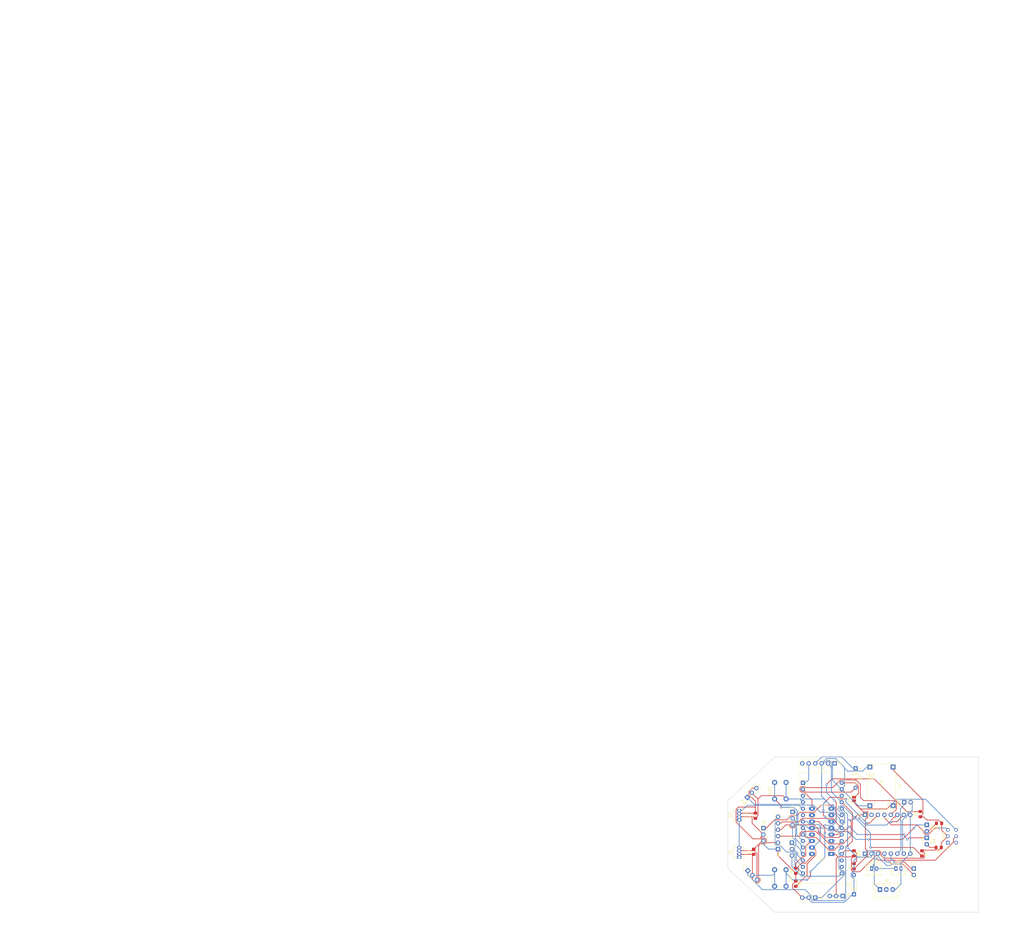
<source format=kicad_pcb>
(kicad_pcb (version 20171130) (host pcbnew "(5.0.1)-4")
  (layers (0 F.Cu signal) (31 B.Cu signal) (34 B.Paste user) (35 F.Paste user) (36 B.SilkS user) (37 F.SilkS user) (38 B.Mask user) (39 F.Mask user) (44 Edge.Cuts user))
  (net 0 "")
  (net 1 BT_RX)
  (net 2 "Net-(A1-Pad17)")
  (net 3 BT_TX)
  (net 4 "Net-(A1-Pad18)")
  (net 5 "Net-(A1-Pad3)")
  (net 6 BAT)
  (net 7 GND)
  (net 8 A1)
  (net 9 NEO)
  (net 10 LINEA_1)
  (net 11 PWM_DER)
  (net 12 LINEA_2)
  (net 13 12C_SDA)
  (net 14 LINEA_3)
  (net 15 12C_SCL)
  (net 16 DIST_DCHA)
  (net 17 PWM_IZQ)
  (net 18 DIST_FRONT)
  (net 19 D7)
  (net 20 DIST_IZQ)
  (net 21 D8)
  (net 22 +5V)
  (net 23 D9)
  (net 24 "Net-(A1-Pad28)")
  (net 25 D10)
  (net 26 D11)
  (net 27 VCC)
  (net 28 LINEA_SEL)
  (net 29 D13)
  (net 30 "Net-(D1-Pad1)")
  (net 31 "Net-(D3-Pad1)")
  (net 32 "Net-(D4-Pad1)")
  (net 33 LED_R)
  (net 34 "Net-(D5-Pad2)")
  (net 35 "Net-(D6-Pad2)")
  (net 36 LED_G)
  (net 37 "Net-(J5-Pad6)")
  (net 38 "Net-(J5-Pad1)")
  (net 39 VBAT)
  (net 40 "Net-(J9-Pad2)")
  (net 41 M_DER_+)
  (net 42 M_DER_-)
  (net 43 M_IZQ_-)
  (net 44 M_IZQ_+)
  (net 45 DIR_IZQ_2)
  (net 46 DIR_IZQ_1)
  (net 47 STBY_MOT)
  (net 48 DIR_DER_1)
  (net 49 DIR_DER_2)
  (net 50 "Net-(J15-Pad2)")
  (net 51 VDD)
  (net 52 B1)
  (net 53 B2)
  (net 54 "Net-(SW3-Pad1)")
  (net 55 "Net-(SW3-Pad4)")
  (net 56 "Net-(U1-Pad13)")
  (module Module:Arduino_Nano (layer F.Cu) (at 164.084 69.85)
    (fp_text reference A1 (at 7.62 -5.08) (layer F.SilkS))
    (fp_text value Arduino_Nano_v3.x)
    (pad 1 thru_hole rect (at 0 0) (size 1.6 1.6) (drill 0.8) (layers *.Cu *.Mask) (net 1 BT_RX))
    (pad 17 thru_hole oval (at 15.24 33.02) (size 1.6 1.6) (drill 0.8) (layers *.Cu *.Mask) (net 2 "Net-(A1-Pad17)"))
    (pad 2 thru_hole oval (at 0 2.54) (size 1.6 1.6) (drill 0.8) (layers *.Cu *.Mask) (net 3 BT_TX))
    (pad 18 thru_hole oval (at 15.24 30.48) (size 1.6 1.6) (drill 0.8) (layers *.Cu *.Mask) (net 4 "Net-(A1-Pad18)"))
    (pad 3 thru_hole oval (at 0 5.08) (size 1.6 1.6) (drill 0.8) (layers *.Cu *.Mask) (net 5 "Net-(A1-Pad3)"))
    (pad 19 thru_hole oval (at 15.24 27.94) (size 1.6 1.6) (drill 0.8) (layers *.Cu *.Mask) (net 6 BAT))
    (pad 4 thru_hole oval (at 0 7.62) (size 1.6 1.6) (drill 0.8) (layers *.Cu *.Mask) (net 7 GND))
    (pad 20 thru_hole oval (at 15.24 25.4) (size 1.6 1.6) (drill 0.8) (layers *.Cu *.Mask) (net 8 A1))
    (pad 5 thru_hole oval (at 0 10.16) (size 1.6 1.6) (drill 0.8) (layers *.Cu *.Mask) (net 9 NEO))
    (pad 21 thru_hole oval (at 15.24 22.86) (size 1.6 1.6) (drill 0.8) (layers *.Cu *.Mask) (net 10 LINEA_1))
    (pad 6 thru_hole oval (at 0 12.7) (size 1.6 1.6) (drill 0.8) (layers *.Cu *.Mask) (net 11 PWM_DER))
    (pad 22 thru_hole oval (at 15.24 20.32) (size 1.6 1.6) (drill 0.8) (layers *.Cu *.Mask) (net 12 LINEA_2))
    (pad 7 thru_hole oval (at 0 15.24) (size 1.6 1.6) (drill 0.8) (layers *.Cu *.Mask) (net 13 12C_SDA))
    (pad 23 thru_hole oval (at 15.24 17.78) (size 1.6 1.6) (drill 0.8) (layers *.Cu *.Mask) (net 14 LINEA_3))
    (pad 8 thru_hole oval (at 0 17.78) (size 1.6 1.6) (drill 0.8) (layers *.Cu *.Mask) (net 15 12C_SCL))
    (pad 24 thru_hole oval (at 15.24 15.24) (size 1.6 1.6) (drill 0.8) (layers *.Cu *.Mask) (net 16 DIST_DCHA))
    (pad 9 thru_hole oval (at 0 20.32) (size 1.6 1.6) (drill 0.8) (layers *.Cu *.Mask) (net 17 PWM_IZQ))
    (pad 25 thru_hole oval (at 15.24 12.7) (size 1.6 1.6) (drill 0.8) (layers *.Cu *.Mask) (net 18 DIST_FRONT))
    (pad 10 thru_hole oval (at 0 22.86) (size 1.6 1.6) (drill 0.8) (layers *.Cu *.Mask) (net 19 D7))
    (pad 26 thru_hole oval (at 15.24 10.16) (size 1.6 1.6) (drill 0.8) (layers *.Cu *.Mask) (net 20 DIST_IZQ))
    (pad 11 thru_hole oval (at 0 25.4) (size 1.6 1.6) (drill 0.8) (layers *.Cu *.Mask) (net 21 D8))
    (pad 27 thru_hole oval (at 15.24 7.62) (size 1.6 1.6) (drill 0.8) (layers *.Cu *.Mask) (net 22 +5V))
    (pad 12 thru_hole oval (at 0 27.94) (size 1.6 1.6) (drill 0.8) (layers *.Cu *.Mask) (net 23 D9))
    (pad 28 thru_hole oval (at 15.24 5.08) (size 1.6 1.6) (drill 0.8) (layers *.Cu *.Mask) (net 24 "Net-(A1-Pad28)"))
    (pad 13 thru_hole oval (at 0 30.48) (size 1.6 1.6) (drill 0.8) (layers *.Cu *.Mask) (net 25 D10))
    (pad 29 thru_hole oval (at 15.24 2.54) (size 1.6 1.6) (drill 0.8) (layers *.Cu *.Mask) (net 7 GND))
    (pad 14 thru_hole oval (at 0 33.02) (size 1.6 1.6) (drill 0.8) (layers *.Cu *.Mask) (net 26 D11))
    (pad 30 thru_hole oval (at 15.24 0) (size 1.6 1.6) (drill 0.8) (layers *.Cu *.Mask) (net 27 VCC))
    (pad 15 thru_hole oval (at 0 35.56) (size 1.6 1.6) (drill 0.8) (layers *.Cu *.Mask) (net 28 LINEA_SEL))
    (pad 16 thru_hole oval (at 15.24 35.56) (size 1.6 1.6) (drill 0.8) (layers *.Cu *.Mask) (net 29 D13))
  )
  (module Capacitor_SMD:C_0805_2012Metric_Pad1.15x1.40mm_HandSolder (layer F.Cu) (at 144.78 96.909999 90)
    (fp_text reference C1 (at 0 -1.65 90) (layer F.SilkS))
    (fp_text value 100nF)
    (pad 1 smd roundrect (at -1.025 0 90) (size 1.15 1.4) (layers F.Cu F.Paste F.Mask) (roundrect_rratio 0.217391) (net 7 GND))
    (pad 2 smd roundrect (at 1.025 0 90) (size 1.15 1.4) (layers F.Cu F.Paste F.Mask) (roundrect_rratio 0.217391) (net 22 +5V))
  )
  (module Capacitor_SMD:C_0805_2012Metric_Pad1.15x1.40mm_HandSolder (layer F.Cu) (at 145.415 82.795 90)
    (fp_text reference C2 (at 0 -1.65 90) (layer F.SilkS))
    (fp_text value 100nF)
    (pad 2 smd roundrect (at 1.025 0 90) (size 1.15 1.4) (layers F.Cu F.Paste F.Mask) (roundrect_rratio 0.217391) (net 22 +5V))
    (pad 1 smd roundrect (at -1.025 0 90) (size 1.15 1.4) (layers F.Cu F.Paste F.Mask) (roundrect_rratio 0.217391) (net 7 GND))
  )
  (module Diode_THT:D_DO-35_SOD27_P7.62mm_Horizontal (layer F.Cu) (at 184.785 64.135 270)
    (fp_text reference D1 (at 3.81 -2.12 270) (layer F.SilkS))
    (fp_text value 1N4148)
    (fp_text user K (at 0 -1.8 270) (layer F.SilkS))
    (pad 2 thru_hole oval (at 7.62 0 270) (size 1.6 1.6) (drill 0.8) (layers *.Cu *.Mask) (net 3 BT_TX))
    (pad 1 thru_hole rect (at 0 0 270) (size 1.6 1.6) (drill 0.8) (layers *.Cu *.Mask) (net 30 "Net-(D1-Pad1)"))
  )
  (module Diode_THT:D_DO-35_SOD27_P7.62mm_Horizontal (layer F.Cu) (at 184.15 113.665 90)
    (fp_text reference D2 (at 3.81 -2.12 90) (layer F.SilkS))
    (fp_text value 1N4148)
    (fp_text user K (at 0 -1.8 90) (layer F.SilkS))
    (pad 1 thru_hole rect (at 0 0 90) (size 1.6 1.6) (drill 0.8) (layers *.Cu *.Mask) (net 22 +5V))
    (pad 2 thru_hole oval (at 7.62 0 90) (size 1.6 1.6) (drill 0.8) (layers *.Cu *.Mask) (net 6 BAT))
  )
  (module LED_THT:LED_D5.0mm-4_RGB (layer F.Cu) (at 139.065 84.455 90)
    (fp_text reference D3 (at 1.905 -3.96 90) (layer F.SilkS))
    (fp_text value NEO1)
    (pad 1 thru_hole rect (at 0 0 90) (size 1.07 1.8) (drill 0.9) (layers *.Cu *.Mask) (net 31 "Net-(D3-Pad1)"))
    (pad 2 thru_hole oval (at 1.27 0 90) (size 1.07 1.8) (drill 0.9) (layers *.Cu *.Mask) (net 7 GND))
    (pad 3 thru_hole oval (at 2.54 0 90) (size 1.07 1.8) (drill 0.9) (layers *.Cu *.Mask) (net 22 +5V))
    (pad 4 thru_hole oval (at 3.81 0 90) (size 1.07 1.8) (drill 0.9) (layers *.Cu *.Mask) (net 9 NEO))
  )
  (module LED_THT:LED_D5.0mm-4_RGB (layer F.Cu) (at 139.065 99.06 90)
    (fp_text reference D4 (at 1.905 -3.96 90) (layer F.SilkS))
    (fp_text value NEO2)
    (pad 4 thru_hole oval (at 3.81 0 90) (size 1.07 1.8) (drill 0.9) (layers *.Cu *.Mask) (net 31 "Net-(D3-Pad1)"))
    (pad 3 thru_hole oval (at 2.54 0 90) (size 1.07 1.8) (drill 0.9) (layers *.Cu *.Mask) (net 22 +5V))
    (pad 2 thru_hole oval (at 1.27 0 90) (size 1.07 1.8) (drill 0.9) (layers *.Cu *.Mask) (net 7 GND))
    (pad 1 thru_hole rect (at 0 0 90) (size 1.07 1.8) (drill 0.9) (layers *.Cu *.Mask) (net 32 "Net-(D4-Pad1)"))
  )
  (module LED_THT:LED_D3.0mm (layer F.Cu) (at 212.725 91.44 270)
    (fp_text reference D5 (at 1.27 -2.96 270) (layer F.SilkS))
    (fp_text value ROJO)
    (pad 1 thru_hole rect (at 0 0 270) (size 1.8 1.8) (drill 0.9) (layers *.Cu *.Mask) (net 33 LED_R))
    (pad 2 thru_hole circle (at 2.54 0 270) (size 1.8 1.8) (drill 0.9) (layers *.Cu *.Mask) (net 34 "Net-(D5-Pad2)"))
  )
  (module LED_THT:LED_D3.0mm (layer F.Cu) (at 212.725 86.36 270)
    (fp_text reference D6 (at 1.27 -2.96 270) (layer F.SilkS))
    (fp_text value VERDE)
    (pad 2 thru_hole circle (at 2.54 0 270) (size 1.8 1.8) (drill 0.9) (layers *.Cu *.Mask) (net 35 "Net-(D6-Pad2)"))
    (pad 1 thru_hole rect (at 0 0 270) (size 1.8 1.8) (drill 0.9) (layers *.Cu *.Mask) (net 36 LED_G))
  )
  (module Connector_PinHeader_2.54mm:PinHeader_1x03_P2.54mm_Vertical (layer F.Cu) (at 160.02 81.28)
    (fp_text reference J1 (at 0 -2.33) (layer F.SilkS))
    (fp_text value AUX1)
    (pad 3 thru_hole oval (at 0 5.08) (size 1.7 1.7) (drill 1) (layers *.Cu *.Mask) (net 23 D9))
    (pad 2 thru_hole oval (at 0 2.54) (size 1.7 1.7) (drill 1) (layers *.Cu *.Mask) (net 21 D8))
    (pad 1 thru_hole rect (at 0 0) (size 1.7 1.7) (drill 1) (layers *.Cu *.Mask) (net 19 D7))
  )
  (module Connector_PinHeader_2.54mm:PinHeader_1x03_P2.54mm_Vertical (layer F.Cu) (at 159.766 93.345)
    (fp_text reference J2 (at 0 -2.33) (layer F.SilkS))
    (fp_text value AUX2)
    (pad 3 thru_hole oval (at 0 5.08) (size 1.7 1.7) (drill 1) (layers *.Cu *.Mask) (net 29 D13))
    (pad 2 thru_hole oval (at 0 2.54) (size 1.7 1.7) (drill 1) (layers *.Cu *.Mask) (net 26 D11))
    (pad 1 thru_hole rect (at 0 0) (size 1.7 1.7) (drill 1) (layers *.Cu *.Mask) (net 25 D10))
  )
  (module Connector_PinHeader_2.54mm:PinHeader_1x03_P2.54mm_Vertical (layer F.Cu) (at 168.91 114.935 270)
    (fp_text reference J3 (at 0 -2.33 270) (layer F.SilkS))
    (fp_text value AUX3)
    (pad 1 thru_hole rect (at 0 0 270) (size 1.7 1.7) (drill 1) (layers *.Cu *.Mask) (net 8 A1))
    (pad 2 thru_hole oval (at 0 2.54 270) (size 1.7 1.7) (drill 1) (layers *.Cu *.Mask) (net 22 +5V))
    (pad 3 thru_hole oval (at 0 5.08 270) (size 1.7 1.7) (drill 1) (layers *.Cu *.Mask) (net 22 +5V))
  )
  (module Connector_PinHeader_2.54mm:PinHeader_1x03_P2.54mm_Vertical (layer F.Cu) (at 179.705 114.3 270)
    (fp_text reference J4 (at 0 -2.33 270) (layer F.SilkS))
    (fp_text value AUX4)
    (pad 1 thru_hole rect (at 0 0 270) (size 1.7 1.7) (drill 1) (layers *.Cu *.Mask) (net 7 GND))
    (pad 2 thru_hole oval (at 0 2.54 270) (size 1.7 1.7) (drill 1) (layers *.Cu *.Mask) (net 7 GND))
    (pad 3 thru_hole oval (at 0 5.08 270) (size 1.7 1.7) (drill 1) (layers *.Cu *.Mask) (net 7 GND))
  )
  (module Connector_PinHeader_2.54mm:PinHeader_1x06_P2.54mm_Vertical (layer F.Cu) (at 176.53 62.23 270)
    (fp_text reference J5 (at 0 -2.33 270) (layer F.SilkS))
    (fp_text value HC-05)
    (pad 6 thru_hole oval (at 0 12.7 270) (size 1.7 1.7) (drill 1) (layers *.Cu *.Mask) (net 37 "Net-(J5-Pad6)"))
    (pad 5 thru_hole oval (at 0 10.16 270) (size 1.7 1.7) (drill 1) (layers *.Cu *.Mask) (net 1 BT_RX))
    (pad 4 thru_hole oval (at 0 7.62 270) (size 1.7 1.7) (drill 1) (layers *.Cu *.Mask) (net 30 "Net-(D1-Pad1)"))
    (pad 3 thru_hole oval (at 0 5.08 270) (size 1.7 1.7) (drill 1) (layers *.Cu *.Mask) (net 7 GND))
    (pad 2 thru_hole oval (at 0 2.54 270) (size 1.7 1.7) (drill 1) (layers *.Cu *.Mask) (net 22 +5V))
    (pad 1 thru_hole rect (at 0 0 270) (size 1.7 1.7) (drill 1) (layers *.Cu *.Mask) (net 38 "Net-(J5-Pad1)"))
  )
  (module Connector_PinHeader_2.54mm:PinHeader_1x06_P2.54mm_Vertical (layer F.Cu) (at 154.305 95.885 180)
    (fp_text reference J6 (at 0 -2.33 180) (layer F.SilkS))
    (fp_text value Sensores_linea)
    (pad 1 thru_hole rect (at 0 0 180) (size 1.7 1.7) (drill 1) (layers *.Cu *.Mask) (net 22 +5V))
    (pad 2 thru_hole oval (at 0 2.54 180) (size 1.7 1.7) (drill 1) (layers *.Cu *.Mask) (net 7 GND))
    (pad 3 thru_hole oval (at 0 5.08 180) (size 1.7 1.7) (drill 1) (layers *.Cu *.Mask) (net 10 LINEA_1))
    (pad 4 thru_hole oval (at 0 7.62 180) (size 1.7 1.7) (drill 1) (layers *.Cu *.Mask) (net 12 LINEA_2))
    (pad 5 thru_hole oval (at 0 10.16 180) (size 1.7 1.7) (drill 1) (layers *.Cu *.Mask) (net 14 LINEA_3))
    (pad 6 thru_hole oval (at 0 12.7 180) (size 1.7 1.7) (drill 1) (layers *.Cu *.Mask) (net 28 LINEA_SEL))
  )
  (module Connector_PinHeader_2.54mm:PinHeader_1x03_P2.54mm_Vertical (layer F.Cu) (at 142.457898 104.357898 45)
    (fp_text reference J7 (at 0 -2.33 45) (layer F.SilkS))
    (fp_text value DIST_IZQ)
    (pad 1 thru_hole rect (at 0 0 45) (size 1.7 1.7) (drill 1) (layers *.Cu *.Mask) (net 20 DIST_IZQ))
    (pad 2 thru_hole oval (at 0 2.54 45) (size 1.7 1.7) (drill 1) (layers *.Cu *.Mask) (net 7 GND))
    (pad 3 thru_hole oval (at 0 5.079999 45) (size 1.7 1.7) (drill 1) (layers *.Cu *.Mask) (net 22 +5V))
  )
  (module Connector_PinHeader_2.54mm:PinHeader_1x03_P2.54mm_Vertical (layer F.Cu) (at 148.59 87.63)
    (fp_text reference J8 (at 0 -2.33) (layer F.SilkS))
    (fp_text value DIST_FRONT)
    (pad 3 thru_hole oval (at 0 5.08) (size 1.7 1.7) (drill 1) (layers *.Cu *.Mask) (net 22 +5V))
    (pad 2 thru_hole oval (at 0 2.54) (size 1.7 1.7) (drill 1) (layers *.Cu *.Mask) (net 7 GND))
    (pad 1 thru_hole rect (at 0 0) (size 1.7 1.7) (drill 1) (layers *.Cu *.Mask) (net 18 DIST_FRONT))
  )
  (module Connector_JST:JST_XH_B03B-XH-A_1x03_P2.50mm_Vertical (layer F.Cu) (at 194.35 111.76)
    (fp_text reference J9 (at 2.5 -3.55) (layer F.SilkS))
    (fp_text value LIPO_2S)
    (pad 1 thru_hole roundrect (at 0 0) (size 1.7 1.95) (drill 0.95) (layers *.Cu *.Mask) (roundrect_rratio 0.147059) (net 39 VBAT))
    (pad 2 thru_hole oval (at 2.5 0) (size 1.7 1.95) (drill 0.95) (layers *.Cu *.Mask) (net 40 "Net-(J9-Pad2)"))
    (pad 3 thru_hole oval (at 5 0) (size 1.7 1.95) (drill 0.95) (layers *.Cu *.Mask) (net 7 GND))
  )
  (module Connector_PinHeader_2.54mm:PinHeader_1x08_P2.54mm_Vertical (layer F.Cu) (at 188.468 97.663 90)
    (fp_text reference J10 (at 0 -2.33 90) (layer F.SilkS))
    (fp_text value TB6612FNG_A)
    (pad 8 thru_hole oval (at 0 17.78 90) (size 1.7 1.7) (drill 1) (layers *.Cu *.Mask) (net 7 GND))
    (pad 7 thru_hole oval (at 0 15.24 90) (size 1.7 1.7) (drill 1) (layers *.Cu *.Mask) (net 41 M_DER_+))
    (pad 6 thru_hole oval (at 0 12.7 90) (size 1.7 1.7) (drill 1) (layers *.Cu *.Mask) (net 42 M_DER_-))
    (pad 5 thru_hole oval (at 0 10.16 90) (size 1.7 1.7) (drill 1) (layers *.Cu *.Mask) (net 43 M_IZQ_-))
    (pad 4 thru_hole oval (at 0 7.62 90) (size 1.7 1.7) (drill 1) (layers *.Cu *.Mask) (net 44 M_IZQ_+))
    (pad 3 thru_hole oval (at 0 5.08 90) (size 1.7 1.7) (drill 1) (layers *.Cu *.Mask) (net 7 GND))
    (pad 2 thru_hole oval (at 0 2.54 90) (size 1.7 1.7) (drill 1) (layers *.Cu *.Mask) (net 22 +5V))
    (pad 1 thru_hole rect (at 0 0 90) (size 1.7 1.7) (drill 1) (layers *.Cu *.Mask) (net 39 VBAT))
  )
  (module Connector_PinHeader_2.54mm:PinHeader_1x02_P2.54mm_Vertical (layer F.Cu) (at 207.645 103.505)
    (fp_text reference J11 (at 0 -2.33) (layer F.SilkS))
    (fp_text value MOT_IZQ)
    (pad 1 thru_hole rect (at 0 0) (size 1.7 1.7) (drill 1) (layers *.Cu *.Mask) (net 43 M_IZQ_-))
    (pad 2 thru_hole oval (at 0 2.54) (size 1.7 1.7) (drill 1) (layers *.Cu *.Mask) (net 44 M_IZQ_+))
  )
  (module Connector_PinHeader_2.54mm:PinHeader_1x02_P2.54mm_Vertical (layer F.Cu) (at 203.835 77.47 90)
    (fp_text reference J12 (at 0 -2.33 90) (layer F.SilkS))
    (fp_text value MOT_DER)
    (pad 2 thru_hole oval (at 0 2.54 90) (size 1.7 1.7) (drill 1) (layers *.Cu *.Mask) (net 41 M_DER_+))
    (pad 1 thru_hole rect (at 0 0 90) (size 1.7 1.7) (drill 1) (layers *.Cu *.Mask) (net 42 M_DER_-))
  )
  (module Connector_PinHeader_2.54mm:PinHeader_1x03_P2.54mm_Vertical (layer F.Cu) (at 142.24 75.565 135)
    (fp_text reference J13 (at 0 -2.33 135) (layer F.SilkS))
    (fp_text value DIST_DCHA)
    (pad 1 thru_hole rect (at 0 0 135) (size 1.7 1.7) (drill 1) (layers *.Cu *.Mask) (net 16 DIST_DCHA))
    (pad 2 thru_hole oval (at 0 2.54 135) (size 1.7 1.7) (drill 1) (layers *.Cu *.Mask) (net 7 GND))
    (pad 3 thru_hole oval (at 0 5.079999 135) (size 1.7 1.7) (drill 1) (layers *.Cu *.Mask) (net 22 +5V))
  )
  (module Connector_PinHeader_2.54mm:PinHeader_1x08_P2.54mm_Vertical (layer F.Cu) (at 188.468 82.423 90)
    (fp_text reference J14 (at 0 -2.33 90) (layer F.SilkS))
    (fp_text value TB6612FNG_B)
    (pad 1 thru_hole rect (at 0 0 90) (size 1.7 1.7) (drill 1) (layers *.Cu *.Mask) (net 17 PWM_IZQ))
    (pad 2 thru_hole oval (at 0 2.54 90) (size 1.7 1.7) (drill 1) (layers *.Cu *.Mask) (net 45 DIR_IZQ_2))
    (pad 3 thru_hole oval (at 0 5.08 90) (size 1.7 1.7) (drill 1) (layers *.Cu *.Mask) (net 46 DIR_IZQ_1))
    (pad 4 thru_hole oval (at 0 7.62 90) (size 1.7 1.7) (drill 1) (layers *.Cu *.Mask) (net 47 STBY_MOT))
    (pad 5 thru_hole oval (at 0 10.16 90) (size 1.7 1.7) (drill 1) (layers *.Cu *.Mask) (net 48 DIR_DER_1))
    (pad 6 thru_hole oval (at 0 12.7 90) (size 1.7 1.7) (drill 1) (layers *.Cu *.Mask) (net 49 DIR_DER_2))
    (pad 7 thru_hole oval (at 0 15.24 90) (size 1.7 1.7) (drill 1) (layers *.Cu *.Mask) (net 11 PWM_DER))
    (pad 8 thru_hole oval (at 0 17.78 90) (size 1.7 1.7) (drill 1) (layers *.Cu *.Mask) (net 7 GND))
  )
  (module Connector_JST:JST_PH_B2B-PH-K_1x02_P2.00mm_Vertical (layer F.Cu) (at 191.04 103.505)
    (fp_text reference J15 (at 1 -2.9) (layer F.SilkS))
    (fp_text value LIPO_1S_A)
    (pad 1 thru_hole roundrect (at 0 0) (size 1.2 1.75) (drill 0.75) (layers *.Cu *.Mask) (roundrect_rratio 0.208333) (net 39 VBAT))
    (pad 2 thru_hole oval (at 2 0) (size 1.2 1.75) (drill 0.75) (layers *.Cu *.Mask) (net 50 "Net-(J15-Pad2)"))
  )
  (module Connector_JST:JST_PH_B2B-PH-K_1x02_P2.00mm_Vertical (layer F.Cu) (at 200.565 103.505)
    (fp_text reference J16 (at 1 -2.9) (layer F.SilkS))
    (fp_text value LIPO_1S_B)
    (pad 2 thru_hole oval (at 2 0) (size 1.2 1.75) (drill 0.75) (layers *.Cu *.Mask) (net 7 GND))
    (pad 1 thru_hole roundrect (at 0 0) (size 1.2 1.75) (drill 0.75) (layers *.Cu *.Mask) (roundrect_rratio 0.208333) (net 50 "Net-(J15-Pad2)"))
  )
  (module Jumper:SolderJumper-2_P1.3mm_Open_Pad1.0x1.5mm (layer F.Cu) (at 184.15 76.2 90)
    (fp_text reference JP1 (at 0 -1.8 90) (layer F.SilkS))
    (fp_text value Jumper_NO_Small)
    (pad 2 smd rect (at 0.65 0 90) (size 1 1.5) (layers F.Cu F.Mask) (net 27 VCC))
    (pad 1 smd rect (at -0.65 0 90) (size 1 1.5) (layers F.Cu F.Mask) (net 51 VDD))
  )
  (module Resistor_SMD:R_0805_2012Metric_Pad1.15x1.40mm_HandSolder (layer F.Cu) (at 184.15 102.624999 90)
    (fp_text reference R1 (at 0 -1.65 90) (layer F.SilkS))
    (fp_text value 82K)
    (pad 1 smd roundrect (at -1.025 0 90) (size 1.15 1.4) (layers F.Cu F.Paste F.Mask) (roundrect_rratio 0.217391) (net 51 VDD))
    (pad 2 smd roundrect (at 1.025 0 90) (size 1.15 1.4) (layers F.Cu F.Paste F.Mask) (roundrect_rratio 0.217391) (net 6 BAT))
  )
  (module Resistor_SMD:R_0805_2012Metric_Pad1.15x1.40mm_HandSolder (layer F.Cu) (at 184.15 97.544999 270)
    (fp_text reference R2 (at 0 -1.65 270) (layer F.SilkS))
    (fp_text value 120K)
    (pad 2 smd roundrect (at 1.025 0 270) (size 1.15 1.4) (layers F.Cu F.Paste F.Mask) (roundrect_rratio 0.217391) (net 7 GND))
    (pad 1 smd roundrect (at -1.025 0 270) (size 1.15 1.4) (layers F.Cu F.Paste F.Mask) (roundrect_rratio 0.217391) (net 6 BAT))
  )
  (module Resistor_SMD:R_0805_2012Metric_Pad1.15x1.40mm_HandSolder (layer F.Cu) (at 210.185 82.160001 90)
    (fp_text reference R3 (at 0 -1.65 90) (layer F.SilkS))
    (fp_text value 10K)
    (pad 1 smd roundrect (at -1.025 0 90) (size 1.15 1.4) (layers F.Cu F.Paste F.Mask) (roundrect_rratio 0.217391) (net 22 +5V))
    (pad 2 smd roundrect (at 1.025 0 90) (size 1.15 1.4) (layers F.Cu F.Paste F.Mask) (roundrect_rratio 0.217391) (net 52 B1))
  )
  (module Resistor_SMD:R_0805_2012Metric_Pad1.15x1.40mm_HandSolder (layer F.Cu) (at 210.82 97.544999 270)
    (fp_text reference R4 (at 0 -1.65 270) (layer F.SilkS))
    (fp_text value 10K)
    (pad 2 smd roundrect (at 1.025 0 270) (size 1.15 1.4) (layers F.Cu F.Paste F.Mask) (roundrect_rratio 0.217391) (net 53 B2))
    (pad 1 smd roundrect (at -1.025 0 270) (size 1.15 1.4) (layers F.Cu F.Paste F.Mask) (roundrect_rratio 0.217391) (net 22 +5V))
  )
  (module Resistor_SMD:R_0805_2012Metric_Pad1.15x1.40mm_HandSolder (layer F.Cu) (at 217.415001 95.25 180)
    (fp_text reference R5 (at 0 -1.65 180) (layer F.SilkS))
    (fp_text value 220)
    (pad 1 smd roundrect (at -1.025 0 180) (size 1.15 1.4) (layers F.Cu F.Paste F.Mask) (roundrect_rratio 0.217391) (net 22 +5V))
    (pad 2 smd roundrect (at 1.025 0 180) (size 1.15 1.4) (layers F.Cu F.Paste F.Mask) (roundrect_rratio 0.217391) (net 34 "Net-(D5-Pad2)"))
  )
  (module Resistor_SMD:R_0805_2012Metric_Pad1.15x1.40mm_HandSolder (layer F.Cu) (at 217.559999 85.725 180)
    (fp_text reference R6 (at 0 -1.65 180) (layer F.SilkS))
    (fp_text value 220)
    (pad 2 smd roundrect (at 1.025 0 180) (size 1.15 1.4) (layers F.Cu F.Paste F.Mask) (roundrect_rratio 0.217391) (net 35 "Net-(D6-Pad2)"))
    (pad 1 smd roundrect (at -1.025 0 180) (size 1.15 1.4) (layers F.Cu F.Paste F.Mask) (roundrect_rratio 0.217391) (net 22 +5V))
  )
  (module Resistor_SMD:R_0805_2012Metric_Pad1.15x1.40mm_HandSolder (layer F.Cu) (at 161.29 109.465 270)
    (fp_text reference R7 (at 0 -1.65 270) (layer F.SilkS))
    (fp_text value 1K)
    (pad 1 smd roundrect (at -1.025 0 270) (size 1.15 1.4) (layers F.Cu F.Paste F.Mask) (roundrect_rratio 0.217391) (net 22 +5V))
    (pad 2 smd roundrect (at 1.025 0 270) (size 1.15 1.4) (layers F.Cu F.Paste F.Mask) (roundrect_rratio 0.217391) (net 13 12C_SDA))
  )
  (module Resistor_SMD:R_0805_2012Metric_Pad1.15x1.40mm_HandSolder (layer F.Cu) (at 161.29 104.385 90)
    (fp_text reference R8 (at 0 -1.65 90) (layer F.SilkS))
    (fp_text value 1K)
    (pad 2 smd roundrect (at 1.025 0 90) (size 1.15 1.4) (layers F.Cu F.Paste F.Mask) (roundrect_rratio 0.217391) (net 15 12C_SCL))
    (pad 1 smd roundrect (at -1.025 0 90) (size 1.15 1.4) (layers F.Cu F.Paste F.Mask) (roundrect_rratio 0.217391) (net 22 +5V))
  )
  (module Button_Switch_THT:SW_PUSH_6mm (layer F.Cu) (at 157.48 103.99 270)
    (fp_text reference SW1 (at 3.25 -2 270) (layer F.SilkS))
    (fp_text value B1)
    (pad 2 thru_hole circle (at 0 4.5) (size 2 2) (drill 1.1) (layers *.Cu *.Mask) (net 7 GND))
    (pad 1 thru_hole circle (at 0 0) (size 2 2) (drill 1.1) (layers *.Cu *.Mask) (net 52 B1))
    (pad 2 thru_hole circle (at 6.5 4.5) (size 2 2) (drill 1.1) (layers *.Cu *.Mask) (net 7 GND))
    (pad 1 thru_hole circle (at 6.5 0) (size 2 2) (drill 1.1) (layers *.Cu *.Mask) (net 52 B1))
  )
  (module Button_Switch_THT:SW_PUSH_6mm (layer F.Cu) (at 152.98 76.2 90)
    (fp_text reference SW2 (at 3.25 -2 90) (layer F.SilkS))
    (fp_text value B2)
    (pad 1 thru_hole circle (at 6.5 0 180) (size 2 2) (drill 1.1) (layers *.Cu *.Mask) (net 53 B2))
    (pad 2 thru_hole circle (at 6.5 4.5 180) (size 2 2) (drill 1.1) (layers *.Cu *.Mask) (net 7 GND))
    (pad 1 thru_hole circle (at 0 0 180) (size 2 2) (drill 1.1) (layers *.Cu *.Mask) (net 53 B2))
    (pad 2 thru_hole circle (at 0 4.5 180) (size 2 2) (drill 1.1) (layers *.Cu *.Mask) (net 7 GND))
  )
  (module Button_Switch_THT:SW_CuK_JS202011CQN_DPDT_Straight (layer F.Cu) (at 220.98 93.345 90)
    (fp_text reference SW3 (at 2.75 -1.6 90) (layer F.SilkS))
    (fp_text value SW_DPDT_x2)
    (pad 1 thru_hole rect (at 0 0 90) (size 1.4 1.4) (drill 0.9) (layers *.Cu *.Mask) (net 54 "Net-(SW3-Pad1)"))
    (pad 2 thru_hole circle (at 2.5 0 90) (size 1.4 1.4) (drill 0.9) (layers *.Cu *.Mask) (net 22 +5V))
    (pad 3 thru_hole circle (at 5 0 90) (size 1.4 1.4) (drill 0.9) (layers *.Cu *.Mask) (net 47 STBY_MOT))
    (pad 4 thru_hole circle (at 0 3.3 90) (size 1.4 1.4) (drill 0.9) (layers *.Cu *.Mask) (net 55 "Net-(SW3-Pad4)"))
    (pad 5 thru_hole circle (at 2.5 3.3 90) (size 1.4 1.4) (drill 0.9) (layers *.Cu *.Mask) (net 39 VBAT))
    (pad 6 thru_hole circle (at 5 3.3 90) (size 1.4 1.4) (drill 0.9) (layers *.Cu *.Mask) (net 51 VDD))
  )
  (module Package_DIP:DIP-16_W7.62mm_LongPads (layer F.Cu) (at 175.26 97.79 180)
    (fp_text reference U1 (at 3.81 -2.33 180) (layer F.SilkS))
    (fp_text value PCF8574)
    (pad 1 thru_hole rect (at 0 0 180) (size 2.4 1.6) (drill 0.8) (layers *.Cu *.Mask) (net 7 GND))
    (pad 9 thru_hole oval (at 7.62 17.78 180) (size 2.4 1.6) (drill 0.8) (layers *.Cu *.Mask) (net 48 DIR_DER_1))
    (pad 2 thru_hole oval (at 0 2.54 180) (size 2.4 1.6) (drill 0.8) (layers *.Cu *.Mask) (net 7 GND))
    (pad 10 thru_hole oval (at 7.62 15.24 180) (size 2.4 1.6) (drill 0.8) (layers *.Cu *.Mask) (net 49 DIR_DER_2))
    (pad 3 thru_hole oval (at 0 5.08 180) (size 2.4 1.6) (drill 0.8) (layers *.Cu *.Mask) (net 7 GND))
    (pad 11 thru_hole oval (at 7.62 12.7 180) (size 2.4 1.6) (drill 0.8) (layers *.Cu *.Mask) (net 52 B1))
    (pad 4 thru_hole oval (at 0 7.62 180) (size 2.4 1.6) (drill 0.8) (layers *.Cu *.Mask) (net 36 LED_G))
    (pad 12 thru_hole oval (at 7.62 10.16 180) (size 2.4 1.6) (drill 0.8) (layers *.Cu *.Mask) (net 53 B2))
    (pad 5 thru_hole oval (at 0 10.16 180) (size 2.4 1.6) (drill 0.8) (layers *.Cu *.Mask) (net 33 LED_R))
    (pad 13 thru_hole oval (at 7.62 7.62 180) (size 2.4 1.6) (drill 0.8) (layers *.Cu *.Mask) (net 56 "Net-(U1-Pad13)"))
    (pad 6 thru_hole oval (at 0 12.7 180) (size 2.4 1.6) (drill 0.8) (layers *.Cu *.Mask) (net 46 DIR_IZQ_1))
    (pad 14 thru_hole oval (at 7.62 5.08 180) (size 2.4 1.6) (drill 0.8) (layers *.Cu *.Mask) (net 15 12C_SCL))
    (pad 7 thru_hole oval (at 0 15.24 180) (size 2.4 1.6) (drill 0.8) (layers *.Cu *.Mask) (net 45 DIR_IZQ_2))
    (pad 15 thru_hole oval (at 7.62 2.54 180) (size 2.4 1.6) (drill 0.8) (layers *.Cu *.Mask) (net 13 12C_SDA))
    (pad 8 thru_hole oval (at 0 17.78 180) (size 2.4 1.6) (drill 0.8) (layers *.Cu *.Mask) (net 7 GND))
    (pad 16 thru_hole oval (at 7.62 0 180) (size 2.4 1.6) (drill 0.8) (layers *.Cu *.Mask) (net 22 +5V))
  )
  (module PlacaCentral:DC-DC-MP2307 (layer F.Cu) (at 194.945 71.12 90)
    (fp_text reference U2 (at 0 6.985 90) (layer F.SilkS))
    (fp_text value DC-DC_BuckModule)
    (pad 4 thru_hole rect (at 7.493 -4.572 90) (size 1.9 1.9) (drill 1.04) (layers *.Cu *.Mask) (net 7 GND))
    (pad 3 thru_hole rect (at 7.493 4.572 90) (size 1.9 1.9) (drill 1.04) (layers *.Cu *.Mask) (net 22 +5V))
    (pad 2 thru_hole rect (at -7.747 -4.572 90) (size 1.9 1.9) (drill 1.04) (layers *.Cu *.Mask) (net 7 GND))
    (pad 1 thru_hole rect (at -7.747 4.572 90) (size 1.9 1.9) (drill 1.02) (layers *.Cu *.Mask) (net 51 VDD))
  )
  (gr_line (start 134.62 103.505) (end 134.62 90.17) (layer Edge.Cuts) (width 0.15))
  (gr_line (start 153.035 120.65) (end 134.62 103.505) (layer Edge.Cuts) (width 0.15))
  (gr_line (start 233.045 120.65) (end 153.035 120.65) (layer Edge.Cuts) (width 0.15))
  (gr_line (start 233.045 59.69) (end 233.045 120.65) (layer Edge.Cuts) (width 0.15))
  (gr_line (start 153.035 59.69) (end 233.045 59.69) (layer Edge.Cuts) (width 0.15))
  (gr_line (start 134.62 76.835) (end 153.035 59.69) (layer Edge.Cuts) (width 0.15))
  (gr_line (start 134.62 90.17) (end 134.62 76.835) (layer Edge.Cuts) (width 0.15))
  (segment (start 165.134 69.85) (end 164.084 69.85) (width 0.25) (layer B.Cu) (net 1))
  (segment (start 166.37 68.614) (end 165.134 69.85) (width 0.25) (layer B.Cu) (net 1))
  (segment (start 166.37 62.23) (end 166.37 68.614) (width 0.25) (layer B.Cu) (net 1))
  (segment (start 183.985001 72.554999) (end 184.785 71.755) (width 0.25) (layer F.Cu) (net 3))
  (segment (start 183.024999 73.515001) (end 183.985001 72.554999) (width 0.25) (layer F.Cu) (net 3))
  (segment (start 165.209001 73.515001) (end 183.024999 73.515001) (width 0.25) (layer F.Cu) (net 3))
  (segment (start 164.084 72.39) (end 165.209001 73.515001) (width 0.25) (layer F.Cu) (net 3))
  (segment (start 180.594001 96.519999) (end 179.324 97.79) (width 0.25) (layer F.Cu) (net 6))
  (segment (start 184.15 96.519999) (end 180.594001 96.519999) (width 0.25) (layer F.Cu) (net 6))
  (segment (start 184.773372 100.976627) (end 184.15 101.599999) (width 0.25) (layer F.Cu) (net 6))
  (segment (start 185.17501 100.574989) (end 184.773372 100.976627) (width 0.25) (layer F.Cu) (net 6))
  (segment (start 185.17501 97.545009) (end 185.17501 100.574989) (width 0.25) (layer F.Cu) (net 6))
  (segment (start 184.15 96.519999) (end 185.17501 97.545009) (width 0.25) (layer F.Cu) (net 6))
  (segment (start 145.415 83.82) (end 144.78 83.185) (width 0.25) (layer F.Cu) (net 7))
  (segment (start 139.209999 97.934999) (end 139.065 97.79) (width 0.25) (layer F.Cu) (net 7))
  (segment (start 144.78 97.934999) (end 139.209999 97.934999) (width 0.25) (layer F.Cu) (net 7))
  (segment (start 144.253949 98.46105) (end 144.78 97.934999) (width 0.25) (layer F.Cu) (net 7))
  (segment (start 144.253949 106.153949) (end 144.253949 98.46105) (width 0.25) (layer F.Cu) (net 7))
  (segment (start 146.038372 83.196628) (end 145.415 83.82) (width 0.25) (layer F.Cu) (net 7))
  (segment (start 146.44001 82.79499) (end 146.038372 83.196628) (width 0.25) (layer F.Cu) (net 7))
  (segment (start 146.44001 76.172908) (end 146.44001 82.79499) (width 0.25) (layer F.Cu) (net 7))
  (segment (start 144.036051 73.768949) (end 146.44001 76.172908) (width 0.25) (layer F.Cu) (net 7))
  (segment (start 157.48 69.7) (end 157.48 76.2) (width 0.25) (layer B.Cu) (net 7))
  (segment (start 147.737919 74.874999) (end 146.44001 76.172908) (width 0.25) (layer F.Cu) (net 7))
  (segment (start 156.154999 74.874999) (end 147.737919 74.874999) (width 0.25) (layer F.Cu) (net 7))
  (segment (start 157.48 76.2) (end 156.154999 74.874999) (width 0.25) (layer F.Cu) (net 7))
  (segment (start 144.145 85.725) (end 144.145 83.185) (width 0.25) (layer F.Cu) (net 7))
  (segment (start 148.59 90.17) (end 144.145 85.725) (width 0.25) (layer F.Cu) (net 7))
  (segment (start 144.78 83.185) (end 144.145 83.185) (width 0.25) (layer F.Cu) (net 7))
  (segment (start 144.145 83.185) (end 139.065 83.185) (width 0.25) (layer F.Cu) (net 7))
  (segment (start 152.98 105.404213) (end 152.98 110.49) (width 0.25) (layer B.Cu) (net 7))
  (segment (start 152.98 103.99) (end 152.98 105.404213) (width 0.25) (layer B.Cu) (net 7))
  (segment (start 152.230264 106.153949) (end 144.253949 106.153949) (width 0.25) (layer B.Cu) (net 7))
  (segment (start 152.98 105.404213) (end 152.230264 106.153949) (width 0.25) (layer B.Cu) (net 7))
  (segment (start 176.71 97.79) (end 175.26 97.79) (width 0.25) (layer F.Cu) (net 7))
  (segment (start 177.835001 98.915001) (end 176.71 97.79) (width 0.25) (layer F.Cu) (net 7))
  (segment (start 183.004998 98.915001) (end 177.835001 98.915001) (width 0.25) (layer F.Cu) (net 7))
  (segment (start 183.35 98.569999) (end 183.004998 98.915001) (width 0.25) (layer F.Cu) (net 7))
  (segment (start 184.15 98.569999) (end 183.35 98.569999) (width 0.25) (layer F.Cu) (net 7))
  (segment (start 177.165 99.585002) (end 177.165 114.3) (width 0.25) (layer F.Cu) (net 7))
  (segment (start 177.835001 98.915001) (end 177.165 99.585002) (width 0.25) (layer F.Cu) (net 7))
  (segment (start 174.625 114.3) (end 177.165 114.3) (width 0.25) (layer B.Cu) (net 7))
  (segment (start 179.705 114.3) (end 177.165 114.3) (width 0.25) (layer B.Cu) (net 7))
  (segment (start 202.565 101.346) (end 206.248 97.663) (width 0.25) (layer B.Cu) (net 7))
  (segment (start 202.565 103.505) (end 202.565 101.346) (width 0.25) (layer B.Cu) (net 7))
  (segment (start 200.45 111.76) (end 199.35 111.76) (width 0.25) (layer B.Cu) (net 7))
  (segment (start 202.565 109.645) (end 200.45 111.76) (width 0.25) (layer B.Cu) (net 7))
  (segment (start 202.565 103.505) (end 202.565 109.645) (width 0.25) (layer B.Cu) (net 7))
  (segment (start 206.248 97.663) (end 206.248 82.423) (width 0.25) (layer B.Cu) (net 7))
  (segment (start 179.324 72.136) (end 179.324 72.39) (width 0.25) (layer B.Cu) (net 7))
  (segment (start 180.449001 71.010999) (end 179.324 72.136) (width 0.25) (layer B.Cu) (net 7))
  (segment (start 185.801 78.867) (end 179.324 72.39) (width 0.25) (layer B.Cu) (net 7))
  (segment (start 190.373 78.867) (end 185.801 78.867) (width 0.25) (layer B.Cu) (net 7))
  (segment (start 175.26 78.96) (end 175.26 80.01) (width 0.25) (layer B.Cu) (net 7))
  (segment (start 157.48 76.2) (end 158.115 76.2) (width 0.25) (layer B.Cu) (net 7))
  (segment (start 163.195 76.581) (end 163.195 76.2) (width 0.25) (layer B.Cu) (net 7))
  (segment (start 164.084 77.47) (end 163.195 76.581) (width 0.25) (layer B.Cu) (net 7))
  (segment (start 157.48 76.2) (end 163.195 76.2) (width 0.25) (layer B.Cu) (net 7))
  (segment (start 163.195 76.2) (end 172.5 76.2) (width 0.25) (layer B.Cu) (net 7))
  (segment (start 181.574002 65.260001) (end 180.449001 64.135) (width 0.25) (layer B.Cu) (net 7))
  (segment (start 187.539999 65.260001) (end 181.574002 65.260001) (width 0.25) (layer B.Cu) (net 7))
  (segment (start 189.173 63.627) (end 187.539999 65.260001) (width 0.25) (layer B.Cu) (net 7))
  (segment (start 190.373 63.627) (end 189.173 63.627) (width 0.25) (layer B.Cu) (net 7))
  (segment (start 180.449001 64.135) (end 180.449001 71.010999) (width 0.25) (layer B.Cu) (net 7))
  (segment (start 144.253949 107.35603) (end 144.253949 106.153949) (width 0.25) (layer F.Cu) (net 7))
  (segment (start 149.765001 92.145999) (end 149.765001 93.274001) (width 0.25) (layer F.Cu) (net 7))
  (segment (start 148.051409 91.534999) (end 149.154001 91.534999) (width 0.25) (layer F.Cu) (net 7))
  (segment (start 147.225001 108.514001) (end 146.614001 109.125001) (width 0.25) (layer F.Cu) (net 7))
  (segment (start 149.154001 91.534999) (end 149.765001 92.145999) (width 0.25) (layer F.Cu) (net 7))
  (segment (start 147.926402 91.409992) (end 148.051409 91.534999) (width 0.25) (layer F.Cu) (net 7))
  (segment (start 144.253949 107.892951) (end 144.253949 107.35603) (width 0.25) (layer F.Cu) (net 7))
  (segment (start 148.59 90.17) (end 147.350009 91.409991) (width 0.25) (layer F.Cu) (net 7))
  (segment (start 147.350009 91.409991) (end 147.926402 91.409992) (width 0.25) (layer F.Cu) (net 7))
  (segment (start 149.154001 93.885001) (end 148.025999 93.885001) (width 0.25) (layer F.Cu) (net 7))
  (segment (start 146.685 94.616409) (end 146.685 106.845998) (width 0.25) (layer F.Cu) (net 7))
  (segment (start 149.765001 93.274001) (end 149.154001 93.885001) (width 0.25) (layer F.Cu) (net 7))
  (segment (start 148.025999 93.885001) (end 147.721204 93.580205) (width 0.25) (layer F.Cu) (net 7))
  (segment (start 146.685 106.845998) (end 147.225001 107.385999) (width 0.25) (layer F.Cu) (net 7))
  (segment (start 147.225001 107.385999) (end 147.225001 108.514001) (width 0.25) (layer F.Cu) (net 7))
  (segment (start 146.614001 109.125001) (end 145.485999 109.125001) (width 0.25) (layer F.Cu) (net 7))
  (segment (start 147.721204 93.580205) (end 146.685 94.616409) (width 0.25) (layer F.Cu) (net 7))
  (segment (start 145.485999 109.125001) (end 144.253949 107.892951) (width 0.25) (layer F.Cu) (net 7))
  (segment (start 149.836 93.345) (end 149.765001 93.274001) (width 0.25) (layer F.Cu) (net 7))
  (segment (start 154.305 93.345) (end 149.836 93.345) (width 0.25) (layer F.Cu) (net 7))
  (segment (start 202.565 101.346) (end 202.220986 101.690014) (width 0.25) (layer B.Cu) (net 7))
  (segment (start 197.007921 102.325002) (end 193.548 98.865081) (width 0.25) (layer B.Cu) (net 7))
  (segment (start 199.10299 101.690014) (end 198.468002 102.325002) (width 0.25) (layer B.Cu) (net 7))
  (segment (start 202.220986 101.690014) (end 199.10299 101.690014) (width 0.25) (layer B.Cu) (net 7))
  (segment (start 198.468002 102.325002) (end 197.007921 102.325002) (width 0.25) (layer B.Cu) (net 7))
  (segment (start 193.548 98.865081) (end 193.548 97.663) (width 0.25) (layer B.Cu) (net 7))
  (segment (start 180.449001 63.863999) (end 180.449001 64.135) (width 0.25) (layer B.Cu) (net 7))
  (segment (start 176.910002 60.325) (end 180.449001 63.863999) (width 0.25) (layer B.Cu) (net 7))
  (segment (start 171.45 62.23) (end 173.355 60.325) (width 0.25) (layer B.Cu) (net 7))
  (segment (start 173.355 60.325) (end 176.910002 60.325) (width 0.25) (layer B.Cu) (net 7))
  (segment (start 172.72 76.42) (end 175.26 78.96) (width 0.25) (layer B.Cu) (net 7))
  (segment (start 172.5 76.2) (end 172.72 76.42) (width 0.25) (layer B.Cu) (net 7))
  (segment (start 184.15 98.569999) (end 183.12499 99.595009) (width 0.25) (layer F.Cu) (net 7))
  (segment (start 183.12499 104.213179) (end 183.686811 104.775) (width 0.25) (layer F.Cu) (net 7))
  (segment (start 183.686811 104.775) (end 186.436 104.775) (width 0.25) (layer F.Cu) (net 7))
  (segment (start 183.12499 99.595009) (end 183.12499 104.213179) (width 0.25) (layer F.Cu) (net 7))
  (segment (start 192.698001 98.512999) (end 193.548 97.663) (width 0.25) (layer F.Cu) (net 7))
  (segment (start 186.436 104.775) (end 192.698001 98.512999) (width 0.25) (layer F.Cu) (net 7))
  (segment (start 175.419999 63.405001) (end 175.354999 63.340001) (width 0.25) (layer B.Cu) (net 7))
  (segment (start 179.324 72.39) (end 175.710011 68.776011) (width 0.25) (layer B.Cu) (net 7))
  (segment (start 175.354999 63.340001) (end 175.354999 61.855997) (width 0.25) (layer B.Cu) (net 7))
  (segment (start 173.425999 61.054999) (end 171.45 63.030998) (width 0.25) (layer B.Cu) (net 7))
  (segment (start 171.45 63.030998) (end 171.45 75.15) (width 0.25) (layer B.Cu) (net 7))
  (segment (start 171.45 75.15) (end 172.72 76.42) (width 0.25) (layer B.Cu) (net 7))
  (segment (start 174.554001 61.054999) (end 173.425999 61.054999) (width 0.25) (layer B.Cu) (net 7))
  (segment (start 175.354999 61.855997) (end 174.554001 61.054999) (width 0.25) (layer B.Cu) (net 7))
  (segment (start 175.710011 63.405001) (end 175.419999 63.405001) (width 0.25) (layer B.Cu) (net 7))
  (segment (start 175.710011 68.776011) (end 175.710011 63.405001) (width 0.25) (layer B.Cu) (net 7))
  (segment (start 171.464002 114.935) (end 170.01 114.935) (width 0.25) (layer B.Cu) (net 8))
  (segment (start 180.449001 105.950001) (end 171.464002 114.935) (width 0.25) (layer B.Cu) (net 8))
  (segment (start 178.198999 96.375001) (end 178.198999 103.410001) (width 0.25) (layer B.Cu) (net 8))
  (segment (start 179.324 95.25) (end 178.198999 96.375001) (width 0.25) (layer B.Cu) (net 8))
  (segment (start 170.01 114.935) (end 168.91 114.935) (width 0.25) (layer B.Cu) (net 8))
  (segment (start 178.198999 103.410001) (end 179.073997 104.284999) (width 0.25) (layer B.Cu) (net 8))
  (segment (start 179.073997 104.284999) (end 179.864001 104.284999) (width 0.25) (layer B.Cu) (net 8))
  (segment (start 179.864001 104.284999) (end 180.449001 104.869999) (width 0.25) (layer B.Cu) (net 8))
  (segment (start 180.449001 104.869999) (end 180.449001 105.950001) (width 0.25) (layer B.Cu) (net 8))
  (segment (start 163.83 80.01) (end 164.084 80.01) (width 0.25) (layer B.Cu) (net 9))
  (segment (start 162.56 78.74) (end 163.83 80.01) (width 0.25) (layer B.Cu) (net 9))
  (segment (start 142.12 78.74) (end 162.56 78.74) (width 0.25) (layer B.Cu) (net 9))
  (segment (start 140.215 80.645) (end 142.12 78.74) (width 0.25) (layer B.Cu) (net 9))
  (segment (start 139.065 80.645) (end 140.215 80.645) (width 0.25) (layer B.Cu) (net 9))
  (segment (start 174.394006 93.83501) (end 178.19899 93.83501) (width 0.25) (layer F.Cu) (net 10))
  (segment (start 164.958998 88.9) (end 169.105585 88.9) (width 0.25) (layer F.Cu) (net 10))
  (segment (start 164.624001 89.044999) (end 164.719 89.139998) (width 0.25) (layer F.Cu) (net 10))
  (segment (start 178.524001 93.509999) (end 179.324 92.71) (width 0.25) (layer F.Cu) (net 10))
  (segment (start 163.543999 89.044999) (end 164.624001 89.044999) (width 0.25) (layer F.Cu) (net 10))
  (segment (start 162.958999 89.629999) (end 163.543999 89.044999) (width 0.25) (layer F.Cu) (net 10))
  (segment (start 162.958999 90.710001) (end 162.958999 89.629999) (width 0.25) (layer F.Cu) (net 10))
  (segment (start 169.105585 88.9) (end 170.280598 90.075013) (width 0.25) (layer F.Cu) (net 10))
  (segment (start 163.053998 90.805) (end 162.958999 90.710001) (width 0.25) (layer F.Cu) (net 10))
  (segment (start 170.634009 90.075013) (end 174.394006 93.83501) (width 0.25) (layer F.Cu) (net 10))
  (segment (start 154.305 90.805) (end 163.053998 90.805) (width 0.25) (layer F.Cu) (net 10))
  (segment (start 178.19899 93.83501) (end 178.524001 93.509999) (width 0.25) (layer F.Cu) (net 10))
  (segment (start 164.719 89.139998) (end 164.958998 88.9) (width 0.25) (layer F.Cu) (net 10))
  (segment (start 170.280598 90.075013) (end 170.634009 90.075013) (width 0.25) (layer F.Cu) (net 10))
  (segment (start 203.708 82.423) (end 201.041 85.09) (width 0.25) (layer F.Cu) (net 11))
  (segment (start 201.041 85.09) (end 199.39 85.09) (width 0.25) (layer F.Cu) (net 11))
  (via (at 198.755 85.18) (size 0.8) (drill 0.4) (layers F.Cu B.Cu) (net 11))
  (segment (start 198.755 85.09) (end 198.755 85.18) (width 0.25) (layer F.Cu) (net 11))
  (segment (start 199.39 85.09) (end 198.755 85.18) (width 0.25) (layer F.Cu) (net 11))
  (segment (start 188.683591 86.450001) (end 186.055 83.82141) (width 0.25) (layer B.Cu) (net 11))
  (segment (start 196.919314 86.450001) (end 188.683591 86.450001) (width 0.25) (layer B.Cu) (net 11))
  (segment (start 198.755 85.18) (end 198.189315 85.18) (width 0.25) (layer B.Cu) (net 11))
  (segment (start 198.189315 85.18) (end 196.919314 86.450001) (width 0.25) (layer B.Cu) (net 11))
  (via (at 186.055 83.82141) (size 0.8) (drill 0.4) (layers F.Cu B.Cu) (net 11))
  (segment (start 170.466994 89.625002) (end 171.101998 89.625002) (width 0.25) (layer F.Cu) (net 12))
  (segment (start 158.844999 86.924001) (end 159.455999 87.535001) (width 0.25) (layer F.Cu) (net 12))
  (segment (start 161.195001 86.924001) (end 161.195001 86.36) (width 0.25) (layer F.Cu) (net 12))
  (segment (start 157.412081 86.36) (end 158.844999 86.36) (width 0.25) (layer F.Cu) (net 12))
  (segment (start 168.471996 86.36) (end 170.089994 87.977998) (width 0.25) (layer F.Cu) (net 12))
  (segment (start 170.089994 89.248002) (end 170.466994 89.625002) (width 0.25) (layer F.Cu) (net 12))
  (segment (start 159.455999 87.535001) (end 160.584001 87.535001) (width 0.25) (layer F.Cu) (net 12))
  (segment (start 155.507081 88.265) (end 157.412081 86.36) (width 0.25) (layer F.Cu) (net 12))
  (segment (start 160.584001 87.535001) (end 161.195001 86.924001) (width 0.25) (layer F.Cu) (net 12))
  (segment (start 154.305 88.265) (end 155.507081 88.265) (width 0.25) (layer F.Cu) (net 12))
  (segment (start 178.19899 91.29501) (end 178.524001 90.969999) (width 0.25) (layer F.Cu) (net 12))
  (segment (start 161.195001 86.36) (end 168.471996 86.36) (width 0.25) (layer F.Cu) (net 12))
  (segment (start 178.524001 90.969999) (end 179.324 90.17) (width 0.25) (layer F.Cu) (net 12))
  (segment (start 158.844999 86.36) (end 158.844999 86.924001) (width 0.25) (layer F.Cu) (net 12))
  (segment (start 172.772006 91.29501) (end 178.19899 91.29501) (width 0.25) (layer F.Cu) (net 12))
  (segment (start 171.101998 89.625002) (end 172.772006 91.29501) (width 0.25) (layer F.Cu) (net 12))
  (segment (start 170.089994 87.977998) (end 170.089994 89.248002) (width 0.25) (layer F.Cu) (net 12))
  (segment (start 161.29 110.49) (end 165.735 106.045) (width 0.25) (layer F.Cu) (net 13))
  (segment (start 168.04 95.25) (end 167.64 95.25) (width 0.25) (layer F.Cu) (net 13))
  (segment (start 169.16501 96.37501) (end 168.04 95.25) (width 0.25) (layer F.Cu) (net 13))
  (segment (start 169.16501 98.255994) (end 169.16501 96.37501) (width 0.25) (layer F.Cu) (net 13))
  (segment (start 165.735 101.686004) (end 169.16501 98.255994) (width 0.25) (layer F.Cu) (net 13))
  (segment (start 165.735 106.045) (end 165.735 101.686004) (width 0.25) (layer F.Cu) (net 13))
  (segment (start 164.084 85.09) (end 165.648996 85.09) (width 0.25) (layer B.Cu) (net 13))
  (segment (start 165.648996 85.09) (end 166.774006 86.21501) (width 0.25) (layer B.Cu) (net 13))
  (segment (start 166.774006 86.21501) (end 170.339312 86.21501) (width 0.25) (layer B.Cu) (net 13))
  (segment (start 170.339312 86.21501) (end 170.967151 86.842849) (width 0.25) (layer B.Cu) (net 13))
  (via (at 170.967151 86.842849) (size 0.8) (drill 0.4) (layers F.Cu B.Cu) (net 13))
  (segment (start 170.967151 86.842849) (end 170.967151 88.747853) (width 0.25) (layer F.Cu) (net 13))
  (segment (start 168.04 95.25) (end 170.815004 92.474996) (width 0.25) (layer B.Cu) (net 13))
  (segment (start 170.815004 89.465685) (end 170.815004 88.9) (width 0.25) (layer B.Cu) (net 13))
  (segment (start 167.64 95.25) (end 168.04 95.25) (width 0.25) (layer B.Cu) (net 13))
  (segment (start 170.815004 92.474996) (end 170.815004 89.465685) (width 0.25) (layer B.Cu) (net 13))
  (segment (start 170.967151 88.747853) (end 170.815004 88.9) (width 0.25) (layer F.Cu) (net 13))
  (via (at 170.815004 88.9) (size 0.8) (drill 0.4) (layers F.Cu B.Cu) (net 13))
  (segment (start 178.524001 86.830001) (end 179.324 87.63) (width 0.25) (layer F.Cu) (net 14))
  (segment (start 176.78501 85.09101) (end 178.524001 86.830001) (width 0.25) (layer F.Cu) (net 14))
  (segment (start 176.125994 83.96499) (end 176.78501 84.624006) (width 0.25) (layer F.Cu) (net 14))
  (segment (start 175.65899 83.96499) (end 176.125994 83.96499) (width 0.25) (layer F.Cu) (net 14))
  (segment (start 176.78501 84.624006) (end 176.78501 85.09101) (width 0.25) (layer F.Cu) (net 14))
  (segment (start 163.878996 83.82) (end 175.514 83.82) (width 0.25) (layer F.Cu) (net 14))
  (segment (start 163.733997 83.964999) (end 163.878996 83.82) (width 0.25) (layer F.Cu) (net 14))
  (segment (start 163.543999 83.964999) (end 163.733997 83.964999) (width 0.25) (layer F.Cu) (net 14))
  (segment (start 155.507081 85.725) (end 156.047082 85.184999) (width 0.25) (layer F.Cu) (net 14))
  (segment (start 154.305 85.725) (end 155.507081 85.725) (width 0.25) (layer F.Cu) (net 14))
  (segment (start 156.047082 85.184999) (end 162.513997 85.184999) (width 0.25) (layer F.Cu) (net 14))
  (segment (start 175.514 83.82) (end 175.65899 83.96499) (width 0.25) (layer F.Cu) (net 14))
  (segment (start 162.958999 84.739997) (end 162.958999 84.549999) (width 0.25) (layer F.Cu) (net 14))
  (segment (start 162.513997 85.184999) (end 162.958999 84.739997) (width 0.25) (layer F.Cu) (net 14))
  (segment (start 162.958999 84.549999) (end 163.543999 83.964999) (width 0.25) (layer F.Cu) (net 14))
  (segment (start 165.209001 94.740999) (end 167.24 92.71) (width 0.25) (layer F.Cu) (net 15))
  (segment (start 165.209001 98.330001) (end 165.209001 94.740999) (width 0.25) (layer F.Cu) (net 15))
  (segment (start 164.624001 98.915001) (end 165.209001 98.330001) (width 0.25) (layer F.Cu) (net 15))
  (segment (start 163.833997 98.915001) (end 164.624001 98.915001) (width 0.25) (layer F.Cu) (net 15))
  (segment (start 167.24 92.71) (end 167.64 92.71) (width 0.25) (layer F.Cu) (net 15))
  (segment (start 161.29 101.458998) (end 163.833997 98.915001) (width 0.25) (layer F.Cu) (net 15))
  (segment (start 161.29 103.36) (end 161.29 101.458998) (width 0.25) (layer F.Cu) (net 15))
  (segment (start 167.24 92.71) (end 167.64 92.71) (width 0.25) (layer B.Cu) (net 15))
  (segment (start 165.209001 90.679001) (end 167.24 92.71) (width 0.25) (layer B.Cu) (net 15))
  (segment (start 165.209001 88.755001) (end 165.209001 90.679001) (width 0.25) (layer B.Cu) (net 15))
  (segment (start 164.084 87.63) (end 165.209001 88.755001) (width 0.25) (layer B.Cu) (net 15))
  (segment (start 178.524001 84.290001) (end 179.324 85.09) (width 0.25) (layer B.Cu) (net 16))
  (segment (start 178.524001 83.822997) (end 178.524001 84.290001) (width 0.25) (layer B.Cu) (net 16))
  (segment (start 176.125994 81.42499) (end 178.524001 83.822997) (width 0.25) (layer B.Cu) (net 16))
  (segment (start 170.95999 81.42499) (end 176.125994 81.42499) (width 0.25) (layer B.Cu) (net 16))
  (segment (start 169.16501 79.63001) (end 170.95999 81.42499) (width 0.25) (layer B.Cu) (net 16))
  (segment (start 169.16501 79.544006) (end 169.16501 79.63001) (width 0.25) (layer B.Cu) (net 16))
  (segment (start 168.505994 78.88499) (end 169.16501 79.544006) (width 0.25) (layer B.Cu) (net 16))
  (segment (start 142.24 75.565) (end 144.964989 78.289989) (width 0.25) (layer B.Cu) (net 16))
  (segment (start 144.964989 78.289989) (end 162.7464 78.289989) (width 0.25) (layer B.Cu) (net 16))
  (segment (start 162.7464 78.289989) (end 163.051411 78.595001) (width 0.25) (layer B.Cu) (net 16))
  (segment (start 163.051411 78.595001) (end 168.130001 78.595001) (width 0.25) (layer B.Cu) (net 16))
  (segment (start 168.130001 78.595001) (end 168.41999 78.88499) (width 0.25) (layer B.Cu) (net 16))
  (segment (start 168.41999 78.88499) (end 168.505994 78.88499) (width 0.25) (layer B.Cu) (net 16))
  (via (at 184.24001 83.82) (size 0.8) (drill 0.4) (layers F.Cu B.Cu) (net 17))
  (segment (start 188.468 82.423) (end 185.63701 82.423) (width 0.25) (layer F.Cu) (net 17))
  (segment (start 185.63701 82.423) (end 184.640009 83.420001) (width 0.25) (layer F.Cu) (net 17))
  (segment (start 184.640009 83.420001) (end 184.24001 83.82) (width 0.25) (layer F.Cu) (net 17))
  (segment (start 164.084 90.17) (end 165.20901 91.29501) (width 0.25) (layer F.Cu) (net 17))
  (segment (start 174.394006 96.37501) (end 176.2954 96.37501) (width 0.25) (layer F.Cu) (net 17))
  (segment (start 165.20901 91.29501) (end 169.314006 91.29501) (width 0.25) (layer F.Cu) (net 17))
  (segment (start 182.735009 84.854999) (end 182.33501 84.455) (width 0.25) (layer F.Cu) (net 17))
  (segment (start 179.864001 93.835001) (end 183.060012 90.63899) (width 0.25) (layer F.Cu) (net 17))
  (segment (start 176.2954 96.37501) (end 178.835409 93.835001) (width 0.25) (layer F.Cu) (net 17))
  (segment (start 183.60501 84.455) (end 182.900695 84.455) (width 0.25) (layer B.Cu) (net 17))
  (segment (start 183.060012 85.180002) (end 182.735009 84.854999) (width 0.25) (layer F.Cu) (net 17))
  (segment (start 169.314006 91.29501) (end 174.394006 96.37501) (width 0.25) (layer F.Cu) (net 17))
  (via (at 182.33501 84.455) (size 0.8) (drill 0.4) (layers F.Cu B.Cu) (net 17))
  (segment (start 184.24001 83.82) (end 183.60501 84.455) (width 0.25) (layer B.Cu) (net 17))
  (segment (start 182.900695 84.455) (end 182.33501 84.455) (width 0.25) (layer B.Cu) (net 17))
  (segment (start 183.060012 90.63899) (end 183.060012 85.180002) (width 0.25) (layer F.Cu) (net 17))
  (segment (start 178.835409 93.835001) (end 179.864001 93.835001) (width 0.25) (layer F.Cu) (net 17))
  (segment (start 171.297615 78.633369) (end 175.914731 78.633369) (width 0.25) (layer F.Cu) (net 18))
  (segment (start 168.505994 81.42499) (end 171.297615 78.633369) (width 0.25) (layer F.Cu) (net 18))
  (segment (start 163.02601 81.42499) (end 168.505994 81.42499) (width 0.25) (layer F.Cu) (net 18))
  (via (at 175.914731 78.633369) (size 0.8) (drill 0.4) (layers F.Cu B.Cu) (net 18))
  (segment (start 152.935999 84.384001) (end 157.716997 84.384001) (width 0.25) (layer F.Cu) (net 18))
  (segment (start 157.716997 84.384001) (end 159.455999 82.644999) (width 0.25) (layer F.Cu) (net 18))
  (segment (start 149.69 87.63) (end 152.935999 84.384001) (width 0.25) (layer F.Cu) (net 18))
  (segment (start 159.455999 82.644999) (end 161.806001 82.644999) (width 0.25) (layer F.Cu) (net 18))
  (segment (start 148.59 87.63) (end 149.69 87.63) (width 0.25) (layer F.Cu) (net 18))
  (segment (start 161.806001 82.644999) (end 163.02601 81.42499) (width 0.25) (layer F.Cu) (net 18))
  (segment (start 178.19263 82.55) (end 179.324 82.55) (width 0.25) (layer B.Cu) (net 18))
  (segment (start 176.78501 81.14238) (end 178.19263 82.55) (width 0.25) (layer B.Cu) (net 18))
  (segment (start 176.78501 79.503648) (end 176.78501 81.14238) (width 0.25) (layer B.Cu) (net 18))
  (segment (start 175.914731 78.633369) (end 176.78501 79.503648) (width 0.25) (layer B.Cu) (net 18))
  (segment (start 161.12 81.28) (end 160.02 81.28) (width 0.25) (layer B.Cu) (net 19))
  (segment (start 161.645018 81.805018) (end 161.12 81.28) (width 0.25) (layer B.Cu) (net 19))
  (segment (start 161.645018 90.271018) (end 161.645018 81.805018) (width 0.25) (layer B.Cu) (net 19))
  (segment (start 164.084 92.71) (end 161.645018 90.271018) (width 0.25) (layer B.Cu) (net 19))
  (segment (start 142.457898 105.65998) (end 142.457898 104.357898) (width 0.25) (layer B.Cu) (net 20))
  (segment (start 142.457898 106.0969) (end 142.457898 105.65998) (width 0.25) (layer B.Cu) (net 20))
  (segment (start 164.989003 111.815001) (end 148.175999 111.815001) (width 0.25) (layer B.Cu) (net 20))
  (segment (start 167.545001 115.855003) (end 167.545001 114.370999) (width 0.25) (layer B.Cu) (net 20))
  (segment (start 148.175999 111.815001) (end 142.457898 106.0969) (width 0.25) (layer B.Cu) (net 20))
  (segment (start 180.89901 115.390992) (end 180.180001 116.110001) (width 0.25) (layer B.Cu) (net 20))
  (segment (start 180.884994 95.598002) (end 180.89901 95.612018) (width 0.25) (layer B.Cu) (net 20))
  (segment (start 181.61 94.176992) (end 180.884994 94.901998) (width 0.25) (layer B.Cu) (net 20))
  (segment (start 179.324 80.01) (end 181.61 82.296) (width 0.25) (layer B.Cu) (net 20))
  (segment (start 180.180001 116.110001) (end 167.799999 116.110001) (width 0.25) (layer B.Cu) (net 20))
  (segment (start 180.89901 95.612018) (end 180.89901 115.390992) (width 0.25) (layer B.Cu) (net 20))
  (segment (start 181.61 82.296) (end 181.61 94.176992) (width 0.25) (layer B.Cu) (net 20))
  (segment (start 180.884994 94.901998) (end 180.884994 95.598002) (width 0.25) (layer B.Cu) (net 20))
  (segment (start 167.799999 116.110001) (end 167.545001 115.855003) (width 0.25) (layer B.Cu) (net 20))
  (segment (start 167.545001 114.370999) (end 164.989003 111.815001) (width 0.25) (layer B.Cu) (net 20))
  (segment (start 160.869999 84.669999) (end 160.02 83.82) (width 0.25) (layer B.Cu) (net 21))
  (segment (start 161.195001 84.995001) (end 160.869999 84.669999) (width 0.25) (layer B.Cu) (net 21))
  (segment (start 161.195001 91.852589) (end 161.195001 84.995001) (width 0.25) (layer B.Cu) (net 21))
  (segment (start 163.284001 93.941589) (end 161.195001 91.852589) (width 0.25) (layer B.Cu) (net 21))
  (segment (start 163.284001 94.450001) (end 163.284001 93.941589) (width 0.25) (layer B.Cu) (net 21))
  (segment (start 164.084 95.25) (end 163.284001 94.450001) (width 0.25) (layer B.Cu) (net 21))
  (segment (start 139.21 81.77) (end 139.065 81.915) (width 0.25) (layer F.Cu) (net 22))
  (segment (start 145.415 81.77) (end 139.21 81.77) (width 0.25) (layer F.Cu) (net 22))
  (segment (start 144.144999 96.52) (end 139.065 96.52) (width 0.25) (layer F.Cu) (net 22))
  (segment (start 144.78 95.884999) (end 144.144999 96.52) (width 0.25) (layer F.Cu) (net 22))
  (segment (start 146.05 106.747919) (end 146.05 107.95) (width 0.25) (layer F.Cu) (net 22))
  (segment (start 146.05 97.616809) (end 146.05 106.747919) (width 0.25) (layer F.Cu) (net 22))
  (segment (start 144.953191 96.52) (end 146.05 97.616809) (width 0.25) (layer F.Cu) (net 22))
  (segment (start 144.144999 96.52) (end 144.953191 96.52) (width 0.25) (layer F.Cu) (net 22))
  (segment (start 147.954999 92.71) (end 148.59 92.71) (width 0.25) (layer F.Cu) (net 22))
  (segment (start 144.78 95.884999) (end 147.954999 92.71) (width 0.25) (layer F.Cu) (net 22))
  (segment (start 145.415 81.095) (end 145.415 81.77) (width 0.25) (layer F.Cu) (net 22))
  (segment (start 142.86105 74.524332) (end 145.415 77.078282) (width 0.25) (layer F.Cu) (net 22))
  (segment (start 142.86105 73.204948) (end 142.86105 74.524332) (width 0.25) (layer F.Cu) (net 22))
  (segment (start 144.0931 71.972898) (end 142.86105 73.204948) (width 0.25) (layer F.Cu) (net 22))
  (segment (start 145.832102 71.972898) (end 144.0931 71.972898) (width 0.25) (layer F.Cu) (net 22))
  (segment (start 138.753763 79.375) (end 145.415 79.375) (width 0.25) (layer F.Cu) (net 22))
  (segment (start 137.83999 80.288773) (end 138.753763 79.375) (width 0.25) (layer F.Cu) (net 22))
  (segment (start 137.83999 85.249992) (end 137.83999 80.288773) (width 0.25) (layer F.Cu) (net 22))
  (segment (start 144.449999 91.860001) (end 137.83999 85.249992) (width 0.25) (layer F.Cu) (net 22))
  (segment (start 147.740001 91.860001) (end 144.449999 91.860001) (width 0.25) (layer F.Cu) (net 22))
  (segment (start 148.59 92.71) (end 147.740001 91.860001) (width 0.25) (layer F.Cu) (net 22))
  (segment (start 145.415 79.375) (end 145.415 81.095) (width 0.25) (layer F.Cu) (net 22))
  (segment (start 145.415 77.078282) (end 145.415 79.375) (width 0.25) (layer F.Cu) (net 22))
  (segment (start 161.29 108.44) (end 161.29 105.41) (width 0.25) (layer F.Cu) (net 22))
  (segment (start 163.83 114.935) (end 160.02 111.125) (width 0.25) (layer F.Cu) (net 22))
  (segment (start 160.02 109.71) (end 161.29 108.44) (width 0.25) (layer F.Cu) (net 22))
  (segment (start 160.02 111.125) (end 160.02 109.71) (width 0.25) (layer F.Cu) (net 22))
  (segment (start 218.584999 88.449999) (end 220.98 90.845) (width 0.25) (layer F.Cu) (net 22))
  (segment (start 218.584999 85.725) (end 218.584999 88.449999) (width 0.25) (layer F.Cu) (net 22))
  (segment (start 218.584999 85.725) (end 217.314999 84.455) (width 0.25) (layer F.Cu) (net 22))
  (segment (start 217.314999 84.455) (end 212.725 84.455) (width 0.25) (layer F.Cu) (net 22))
  (segment (start 211.455001 83.185001) (end 210.185 83.185001) (width 0.25) (layer F.Cu) (net 22))
  (segment (start 212.725 84.455) (end 211.455001 83.185001) (width 0.25) (layer F.Cu) (net 22))
  (segment (start 166.37 114.935) (end 163.83 114.935) (width 0.25) (layer B.Cu) (net 22))
  (segment (start 217.816629 95.873372) (end 218.440001 95.25) (width 0.25) (layer F.Cu) (net 22))
  (segment (start 217.414991 96.27501) (end 217.816629 95.873372) (width 0.25) (layer F.Cu) (net 22))
  (segment (start 210.82 96.519999) (end 211.064989 96.27501) (width 0.25) (layer F.Cu) (net 22))
  (segment (start 211.064989 96.27501) (end 217.414991 96.27501) (width 0.25) (layer F.Cu) (net 22))
  (segment (start 218.440001 93.384999) (end 218.440001 95.25) (width 0.25) (layer F.Cu) (net 22))
  (segment (start 220.98 90.845) (end 218.440001 93.384999) (width 0.25) (layer F.Cu) (net 22))
  (segment (start 154.305 98.425) (end 161.29 105.41) (width 0.25) (layer F.Cu) (net 22))
  (segment (start 154.305 95.885) (end 154.305 98.425) (width 0.25) (layer F.Cu) (net 22))
  (segment (start 167.64 98.84) (end 167.64 97.79) (width 0.25) (layer F.Cu) (net 22))
  (segment (start 165.024999 101.455001) (end 167.64 98.84) (width 0.25) (layer F.Cu) (net 22))
  (segment (start 163.543999 101.455001) (end 165.024999 101.455001) (width 0.25) (layer F.Cu) (net 22))
  (segment (start 162.31501 102.68399) (end 163.543999 101.455001) (width 0.25) (layer F.Cu) (net 22))
  (segment (start 162.31501 104.38499) (end 162.31501 102.68399) (width 0.25) (layer F.Cu) (net 22))
  (segment (start 161.29 105.41) (end 162.31501 104.38499) (width 0.25) (layer F.Cu) (net 22))
  (segment (start 191.857999 96.813001) (end 191.008 97.663) (width 0.25) (layer F.Cu) (net 22))
  (segment (start 194.723001 97.098999) (end 194.112001 96.487999) (width 0.25) (layer F.Cu) (net 22))
  (segment (start 192.183001 96.487999) (end 191.857999 96.813001) (width 0.25) (layer F.Cu) (net 22))
  (segment (start 194.723001 98.227001) (end 194.723001 97.098999) (width 0.25) (layer F.Cu) (net 22))
  (segment (start 195.966009 99.470009) (end 194.723001 98.227001) (width 0.25) (layer F.Cu) (net 22))
  (segment (start 211.50818 99.470009) (end 195.966009 99.470009) (width 0.25) (layer F.Cu) (net 22))
  (segment (start 194.112001 96.487999) (end 192.183001 96.487999) (width 0.25) (layer F.Cu) (net 22))
  (segment (start 211.84501 99.133179) (end 211.50818 99.470009) (width 0.25) (layer F.Cu) (net 22))
  (segment (start 211.84501 97.545009) (end 211.84501 99.133179) (width 0.25) (layer F.Cu) (net 22))
  (segment (start 210.82 96.519999) (end 211.84501 97.545009) (width 0.25) (layer F.Cu) (net 22))
  (segment (start 199.517 64.827) (end 199.517 63.627) (width 0.25) (layer F.Cu) (net 22))
  (segment (start 211.21001 76.52001) (end 199.517 64.827) (width 0.25) (layer F.Cu) (net 22))
  (segment (start 211.21001 82.159991) (end 211.21001 76.52001) (width 0.25) (layer F.Cu) (net 22))
  (segment (start 210.185 83.185001) (end 211.21001 82.159991) (width 0.25) (layer F.Cu) (net 22))
  (segment (start 153.205 95.885) (end 154.305 95.885) (width 0.25) (layer B.Cu) (net 22))
  (segment (start 150.562919 95.885) (end 153.205 95.885) (width 0.25) (layer B.Cu) (net 22))
  (segment (start 148.59 93.912081) (end 150.562919 95.885) (width 0.25) (layer B.Cu) (net 22))
  (segment (start 148.59 92.71) (end 148.59 93.912081) (width 0.25) (layer B.Cu) (net 22))
  (segment (start 183.515 113.665) (end 184.15 113.665) (width 0.25) (layer B.Cu) (net 22))
  (segment (start 180.34 116.84) (end 183.515 113.665) (width 0.25) (layer B.Cu) (net 22))
  (segment (start 167.64 116.84) (end 180.34 116.84) (width 0.25) (layer B.Cu) (net 22))
  (segment (start 166.37 114.935) (end 166.37 115.57) (width 0.25) (layer B.Cu) (net 22))
  (segment (start 166.37 115.57) (end 167.64 116.84) (width 0.25) (layer B.Cu) (net 22))
  (segment (start 191.008 97.663) (end 191.008 99.06) (width 0.25) (layer B.Cu) (net 22))
  (via (at 181.610006 95.25) (size 0.8) (drill 0.4) (layers F.Cu B.Cu) (net 22))
  (segment (start 185.420006 99.06) (end 182.010005 95.649999) (width 0.25) (layer B.Cu) (net 22))
  (segment (start 182.010005 95.649999) (end 181.610006 95.25) (width 0.25) (layer B.Cu) (net 22))
  (segment (start 191.008 99.06) (end 185.420006 99.06) (width 0.25) (layer B.Cu) (net 22))
  (segment (start 184.15 112.615) (end 184.15 113.665) (width 0.25) (layer B.Cu) (net 22))
  (segment (start 184.15 107.170001) (end 184.15 112.615) (width 0.25) (layer B.Cu) (net 22))
  (segment (start 183.609999 107.170001) (end 184.15 107.170001) (width 0.25) (layer B.Cu) (net 22))
  (segment (start 185.42 99.06) (end 184.15 100.33) (width 0.25) (layer B.Cu) (net 22))
  (segment (start 183.024999 106.585001) (end 183.609999 107.170001) (width 0.25) (layer B.Cu) (net 22))
  (segment (start 191.008 99.06) (end 185.42 99.06) (width 0.25) (layer B.Cu) (net 22))
  (segment (start 184.15 100.33) (end 184.15 104.919999) (width 0.25) (layer B.Cu) (net 22))
  (segment (start 184.15 104.919999) (end 183.609999 104.919999) (width 0.25) (layer B.Cu) (net 22))
  (segment (start 183.609999 104.919999) (end 183.024999 105.504999) (width 0.25) (layer B.Cu) (net 22))
  (segment (start 183.024999 105.504999) (end 183.024999 106.585001) (width 0.25) (layer B.Cu) (net 22))
  (segment (start 174.904988 63.526401) (end 174.904988 63.14499) (width 0.25) (layer B.Cu) (net 22))
  (segment (start 174.904988 63.14499) (end 173.99 62.23) (width 0.25) (layer B.Cu) (net 22))
  (segment (start 175.233599 63.855012) (end 174.904988 63.526401) (width 0.25) (layer B.Cu) (net 22))
  (segment (start 175.26 63.855012) (end 175.233599 63.855012) (width 0.25) (layer B.Cu) (net 22))
  (segment (start 179.324 77.47) (end 175.26 73.406) (width 0.25) (layer B.Cu) (net 22))
  (segment (start 175.26 73.406) (end 175.26 63.855012) (width 0.25) (layer B.Cu) (net 22))
  (segment (start 179.324 77.47) (end 183.515 81.661) (width 0.25) (layer F.Cu) (net 22))
  (segment (start 183.515 92.779321) (end 181.610006 94.684315) (width 0.25) (layer F.Cu) (net 22))
  (segment (start 181.610006 94.684315) (end 181.610006 95.25) (width 0.25) (layer F.Cu) (net 22))
  (segment (start 183.515 81.661) (end 183.515 92.779321) (width 0.25) (layer F.Cu) (net 22))
  (segment (start 160.02 91.313998) (end 160.02 86.36) (width 0.25) (layer B.Cu) (net 23))
  (segment (start 161.29 92.583998) (end 160.02 91.313998) (width 0.25) (layer B.Cu) (net 23))
  (segment (start 161.29 94.23259) (end 161.29 92.583998) (width 0.25) (layer B.Cu) (net 23))
  (segment (start 163.284001 96.226591) (end 161.29 94.23259) (width 0.25) (layer B.Cu) (net 23))
  (segment (start 164.084 97.79) (end 163.284001 96.990001) (width 0.25) (layer B.Cu) (net 23))
  (segment (start 163.284001 96.990001) (end 163.284001 96.226591) (width 0.25) (layer B.Cu) (net 23))
  (segment (start 160.941001 94.520001) (end 159.766 93.345) (width 0.25) (layer B.Cu) (net 25))
  (segment (start 160.941001 96.423591) (end 160.941001 94.520001) (width 0.25) (layer B.Cu) (net 25))
  (segment (start 161.924998 97.407588) (end 160.941001 96.423591) (width 0.25) (layer B.Cu) (net 25))
  (segment (start 164.084 100.33) (end 161.925 98.171) (width 0.25) (layer B.Cu) (net 25))
  (segment (start 161.925 98.171) (end 161.924998 97.407588) (width 0.25) (layer B.Cu) (net 25))
  (segment (start 161.474989 100.260989) (end 161.474989 97.593989) (width 0.25) (layer B.Cu) (net 26))
  (segment (start 161.474989 97.593989) (end 160.615999 96.734999) (width 0.25) (layer B.Cu) (net 26))
  (segment (start 164.084 102.87) (end 161.474989 100.260989) (width 0.25) (layer B.Cu) (net 26))
  (segment (start 160.615999 96.734999) (end 159.766 95.885) (width 0.25) (layer B.Cu) (net 26))
  (segment (start 180.45537 69.85) (end 179.324 69.85) (width 0.25) (layer F.Cu) (net 27))
  (segment (start 184.545002 69.85) (end 180.45537 69.85) (width 0.25) (layer F.Cu) (net 27))
  (segment (start 185.910001 71.214999) (end 184.545002 69.85) (width 0.25) (layer F.Cu) (net 27))
  (segment (start 185.910001 74.039999) (end 185.910001 71.214999) (width 0.25) (layer F.Cu) (net 27))
  (segment (start 184.4 75.55) (end 185.910001 74.039999) (width 0.25) (layer F.Cu) (net 27))
  (segment (start 184.15 75.55) (end 184.4 75.55) (width 0.25) (layer F.Cu) (net 27))
  (segment (start 153.455001 84.034999) (end 154.305 83.185) (width 0.25) (layer B.Cu) (net 28))
  (segment (start 153.129999 84.360001) (end 153.455001 84.034999) (width 0.25) (layer B.Cu) (net 28))
  (segment (start 153.129999 93.909001) (end 153.129999 84.360001) (width 0.25) (layer B.Cu) (net 28))
  (segment (start 153.740999 94.520001) (end 153.129999 93.909001) (width 0.25) (layer B.Cu) (net 28))
  (segment (start 155.225003 94.520001) (end 153.740999 94.520001) (width 0.25) (layer B.Cu) (net 28))
  (segment (start 157.765003 97.060001) (end 155.225003 94.520001) (width 0.25) (layer B.Cu) (net 28))
  (segment (start 160.941001 97.860999) (end 160.140003 97.060001) (width 0.25) (layer B.Cu) (net 28))
  (segment (start 160.140003 97.060001) (end 157.765003 97.060001) (width 0.25) (layer B.Cu) (net 28))
  (segment (start 160.941001 102.267001) (end 160.941001 97.860999) (width 0.25) (layer B.Cu) (net 28))
  (segment (start 164.084 105.41) (end 160.941001 102.267001) (width 0.25) (layer B.Cu) (net 28))
  (segment (start 178.524001 106.209999) (end 179.324 105.41) (width 0.25) (layer B.Cu) (net 29))
  (segment (start 178.198999 106.535001) (end 178.524001 106.209999) (width 0.25) (layer B.Cu) (net 29))
  (segment (start 163.543999 106.535001) (end 178.198999 106.535001) (width 0.25) (layer B.Cu) (net 29))
  (segment (start 159.766 102.757002) (end 163.543999 106.535001) (width 0.25) (layer B.Cu) (net 29))
  (segment (start 159.766 98.425) (end 159.766 102.757002) (width 0.25) (layer B.Cu) (net 29))
  (segment (start 169.759999 61.380001) (end 168.91 62.23) (width 0.25) (layer B.Cu) (net 30))
  (segment (start 171.45 59.69) (end 169.759999 61.380001) (width 0.25) (layer B.Cu) (net 30))
  (segment (start 179.29 59.69) (end 171.45 59.69) (width 0.25) (layer B.Cu) (net 30))
  (segment (start 184.785 64.135) (end 183.735 64.135) (width 0.25) (layer B.Cu) (net 30))
  (segment (start 183.735 64.135) (end 179.29 59.69) (width 0.25) (layer B.Cu) (net 30))
  (segment (start 139.065 84.455) (end 139.065 95.25) (width 0.25) (layer B.Cu) (net 31))
  (via (at 177.79802 88.99) (size 0.8) (drill 0.4) (layers F.Cu B.Cu) (net 33))
  (segment (start 177.02 88.99) (end 177.79802 88.99) (width 0.25) (layer F.Cu) (net 33))
  (segment (start 175.26 87.63) (end 175.66 87.63) (width 0.25) (layer F.Cu) (net 33))
  (segment (start 175.66 87.63) (end 177.02 88.99) (width 0.25) (layer F.Cu) (net 33))
  (via (at 180.542156 88.319999) (size 0.8) (drill 0.4) (layers F.Cu B.Cu) (net 33))
  (segment (start 177.79802 88.99) (end 179.872155 88.99) (width 0.25) (layer B.Cu) (net 33))
  (segment (start 179.872155 88.99) (end 180.542156 88.319999) (width 0.25) (layer B.Cu) (net 33))
  (via (at 182.335 86.995) (size 0.8) (drill 0.4) (layers F.Cu B.Cu) (net 33))
  (segment (start 180.542156 88.319999) (end 181.010001 88.319999) (width 0.25) (layer F.Cu) (net 33))
  (segment (start 181.010001 88.319999) (end 182.335 86.995) (width 0.25) (layer F.Cu) (net 33))
  (via (at 189.32 90.17) (size 0.8) (drill 0.4) (layers F.Cu B.Cu) (net 33))
  (segment (start 182.335 86.995) (end 185.51 90.17) (width 0.25) (layer B.Cu) (net 33))
  (segment (start 185.51 90.17) (end 189.32 90.17) (width 0.25) (layer B.Cu) (net 33))
  (via (at 203.925 90.17) (size 0.8) (drill 0.4) (layers F.Cu B.Cu) (net 33))
  (segment (start 189.32 90.17) (end 203.925 90.17) (width 0.25) (layer F.Cu) (net 33))
  (via (at 205.105 92.075) (size 0.8) (drill 0.4) (layers F.Cu B.Cu) (net 33))
  (segment (start 203.925 90.17) (end 203.925 90.895) (width 0.25) (layer B.Cu) (net 33))
  (segment (start 203.925 90.895) (end 205.105 92.075) (width 0.25) (layer B.Cu) (net 33))
  (segment (start 205.74 91.44) (end 212.725 91.44) (width 0.25) (layer F.Cu) (net 33))
  (segment (start 205.105 92.075) (end 205.74 91.44) (width 0.25) (layer F.Cu) (net 33))
  (segment (start 213.995 95.25) (end 212.725 93.98) (width 0.25) (layer F.Cu) (net 34))
  (segment (start 216.390001 95.25) (end 213.995 95.25) (width 0.25) (layer F.Cu) (net 34))
  (segment (start 213.359999 88.9) (end 212.725 88.9) (width 0.25) (layer F.Cu) (net 35))
  (segment (start 216.534999 85.725) (end 213.359999 88.9) (width 0.25) (layer F.Cu) (net 35))
  (via (at 207.645 87.63) (size 0.8) (drill 0.4) (layers F.Cu B.Cu) (net 36))
  (segment (start 212.725 86.36) (end 208.915 86.36) (width 0.25) (layer B.Cu) (net 36))
  (segment (start 208.915 86.36) (end 207.645 87.63) (width 0.25) (layer B.Cu) (net 36))
  (segment (start 207.645 87.63) (end 203.2 92.075) (width 0.25) (layer F.Cu) (net 36))
  (segment (start 203.2 92.075) (end 192.405 92.075) (width 0.25) (layer F.Cu) (net 36))
  (via (at 189.865 92.075) (size 0.8) (drill 0.4) (layers F.Cu B.Cu) (net 36))
  (segment (start 192.405 92.075) (end 189.865 92.075) (width 0.25) (layer F.Cu) (net 36))
  (segment (start 184.87501 92.075) (end 182.735009 89.934999) (width 0.25) (layer B.Cu) (net 36))
  (segment (start 182.735009 89.934999) (end 182.33501 89.535) (width 0.25) (layer B.Cu) (net 36))
  (segment (start 189.865 92.075) (end 184.87501 92.075) (width 0.25) (layer B.Cu) (net 36))
  (segment (start 175.26 90.17) (end 177.658998 90.17) (width 0.25) (layer F.Cu) (net 36))
  (segment (start 178.783999 89.044999) (end 181.845009 89.044999) (width 0.25) (layer F.Cu) (net 36))
  (segment (start 181.935011 89.135001) (end 182.33501 89.535) (width 0.25) (layer F.Cu) (net 36))
  (segment (start 177.658998 90.17) (end 178.783999 89.044999) (width 0.25) (layer F.Cu) (net 36))
  (via (at 182.33501 89.535) (size 0.8) (drill 0.4) (layers F.Cu B.Cu) (net 36))
  (segment (start 181.845009 89.044999) (end 181.935011 89.135001) (width 0.25) (layer F.Cu) (net 36))
  (segment (start 189.897001 96.487999) (end 188.722 97.663) (width 0.25) (layer B.Cu) (net 39))
  (segment (start 192.11499 98.295012) (end 192.183001 98.227001) (width 0.25) (layer B.Cu) (net 39))
  (segment (start 188.722 97.663) (end 188.468 97.663) (width 0.25) (layer B.Cu) (net 39))
  (segment (start 192.183001 98.227001) (end 192.183001 97.098999) (width 0.25) (layer B.Cu) (net 39))
  (segment (start 194.35 111.76) (end 192.11499 109.52499) (width 0.25) (layer B.Cu) (net 39))
  (segment (start 192.183001 97.098999) (end 191.572001 96.487999) (width 0.25) (layer B.Cu) (net 39))
  (segment (start 191.572001 96.487999) (end 189.897001 96.487999) (width 0.25) (layer B.Cu) (net 39))
  (segment (start 191.71071 102.00428) (end 192.11499 101.6) (width 0.25) (layer B.Cu) (net 39))
  (segment (start 191.71071 102.83429) (end 191.71071 102.00428) (width 0.25) (layer B.Cu) (net 39))
  (segment (start 191.04 103.505) (end 191.71071 102.83429) (width 0.25) (layer B.Cu) (net 39))
  (segment (start 192.11499 109.52499) (end 192.11499 101.6) (width 0.25) (layer B.Cu) (net 39))
  (segment (start 216.070003 100.239999) (end 193.584999 100.239999) (width 0.25) (layer F.Cu) (net 39))
  (segment (start 223.254999 93.055003) (end 216.070003 100.239999) (width 0.25) (layer F.Cu) (net 39))
  (segment (start 224.28 90.845) (end 223.254999 91.870001) (width 0.25) (layer F.Cu) (net 39))
  (segment (start 223.254999 91.870001) (end 223.254999 93.055003) (width 0.25) (layer F.Cu) (net 39))
  (via (at 193.04 99.695) (size 0.8) (drill 0.4) (layers F.Cu B.Cu) (net 39))
  (segment (start 193.584999 100.239999) (end 193.04 99.695) (width 0.25) (layer F.Cu) (net 39))
  (segment (start 193.04 99.695) (end 192.11499 99.695) (width 0.25) (layer B.Cu) (net 39))
  (segment (start 192.11499 101.6) (end 192.11499 99.695) (width 0.25) (layer B.Cu) (net 39))
  (segment (start 192.11499 99.695) (end 192.11499 98.295012) (width 0.25) (layer B.Cu) (net 39))
  (segment (start 204.883001 82.987001) (end 204.272001 83.598001) (width 0.25) (layer B.Cu) (net 41))
  (segment (start 204.883001 82.771999) (end 204.883001 82.987001) (width 0.25) (layer B.Cu) (net 41))
  (segment (start 203.2 97.155) (end 203.708 97.663) (width 0.25) (layer B.Cu) (net 41))
  (segment (start 204.056999 83.598001) (end 203.2 84.455) (width 0.25) (layer B.Cu) (net 41))
  (segment (start 205.072999 82.582001) (end 204.883001 82.771999) (width 0.25) (layer B.Cu) (net 41))
  (segment (start 206.375 77.47) (end 207.01 78.105) (width 0.25) (layer B.Cu) (net 41))
  (segment (start 206.407001 81.247999) (end 205.683999 81.247999) (width 0.25) (layer B.Cu) (net 41))
  (segment (start 203.2 84.455) (end 203.2 97.155) (width 0.25) (layer B.Cu) (net 41))
  (segment (start 204.272001 83.598001) (end 204.056999 83.598001) (width 0.25) (layer B.Cu) (net 41))
  (segment (start 205.683999 81.247999) (end 205.072999 81.858999) (width 0.25) (layer B.Cu) (net 41))
  (segment (start 207.01 78.105) (end 207.01 80.645) (width 0.25) (layer B.Cu) (net 41))
  (segment (start 207.01 80.645) (end 206.407001 81.247999) (width 0.25) (layer B.Cu) (net 41))
  (segment (start 205.072999 81.858999) (end 205.072999 82.582001) (width 0.25) (layer B.Cu) (net 41))
  (segment (start 202.565 96.266) (end 201.168 97.663) (width 0.25) (layer B.Cu) (net 42))
  (segment (start 202.565 84.897587) (end 202.565 96.266) (width 0.25) (layer B.Cu) (net 42))
  (segment (start 202.343001 84.675588) (end 202.565 84.897587) (width 0.25) (layer B.Cu) (net 42))
  (segment (start 202.343001 80.061999) (end 202.343001 84.675588) (width 0.25) (layer B.Cu) (net 42))
  (segment (start 203.835 77.47) (end 203.835 78.57) (width 0.25) (layer B.Cu) (net 42))
  (segment (start 203.835 78.57) (end 202.343001 80.061999) (width 0.25) (layer B.Cu) (net 42))
  (segment (start 207.645 103.505) (end 206.545 103.505) (width 0.25) (layer F.Cu) (net 43))
  (segment (start 198.628 97.663) (end 198.628 99.568) (width 0.25) (layer B.Cu) (net 43))
  (segment (start 199.625001 100.565001) (end 200.025 100.965) (width 0.25) (layer B.Cu) (net 43))
  (via (at 200.025 100.965) (size 0.8) (drill 0.4) (layers F.Cu B.Cu) (net 43))
  (segment (start 200.590685 100.965) (end 200.025 100.965) (width 0.25) (layer F.Cu) (net 43))
  (segment (start 204.005 100.965) (end 200.590685 100.965) (width 0.25) (layer F.Cu) (net 43))
  (segment (start 206.545 103.505) (end 204.005 100.965) (width 0.25) (layer F.Cu) (net 43))
  (segment (start 198.628 99.568) (end 199.625001 100.565001) (width 0.25) (layer B.Cu) (net 43))
  (via (at 198.119993 100.965007) (size 0.8) (drill 0.4) (layers F.Cu B.Cu) (net 44))
  (segment (start 196.850007 100.965007) (end 198.119993 100.965007) (width 0.25) (layer B.Cu) (net 44))
  (segment (start 196.215 100.33) (end 196.850007 100.965007) (width 0.25) (layer B.Cu) (net 44))
  (segment (start 196.088 97.663) (end 196.215 97.79) (width 0.25) (layer B.Cu) (net 44))
  (segment (start 196.215 97.79) (end 196.215 100.33) (width 0.25) (layer B.Cu) (net 44))
  (segment (start 203.290015 101.690015) (end 198.845001 101.690015) (width 0.25) (layer F.Cu) (net 44))
  (segment (start 198.845001 101.690015) (end 198.519992 101.365006) (width 0.25) (layer F.Cu) (net 44))
  (segment (start 207.645 106.045) (end 203.290015 101.690015) (width 0.25) (layer F.Cu) (net 44))
  (segment (start 198.519992 101.365006) (end 198.119993 100.965007) (width 0.25) (layer F.Cu) (net 44))
  (segment (start 193.548 82.423) (end 190.246 85.725) (width 0.25) (layer F.Cu) (net 46))
  (via (at 189.32 85.725) (size 0.8) (drill 0.4) (layers F.Cu B.Cu) (net 46))
  (segment (start 190.246 85.725) (end 189.32 85.725) (width 0.25) (layer F.Cu) (net 46))
  (segment (start 189.32 85.725) (end 188.595 85.725) (width 0.25) (layer B.Cu) (net 46))
  (segment (start 188.595 85.075998) (end 180.975 77.455998) (width 0.25) (layer B.Cu) (net 46))
  (segment (start 188.595 85.725) (end 188.595 85.075998) (width 0.25) (layer B.Cu) (net 46))
  (via (at 180.975 76.2) (size 0.8) (drill 0.4) (layers F.Cu B.Cu) (net 46))
  (segment (start 180.975 77.455998) (end 180.975 76.2) (width 0.25) (layer B.Cu) (net 46))
  (segment (start 178.928998 76.2) (end 178.293998 75.565) (width 0.25) (layer F.Cu) (net 46))
  (segment (start 180.975 76.2) (end 178.928998 76.2) (width 0.25) (layer F.Cu) (net 46))
  (segment (start 178.293998 75.565) (end 174.625 75.565) (width 0.25) (layer F.Cu) (net 46))
  (via (at 172.72 77.47) (size 0.8) (drill 0.4) (layers F.Cu B.Cu) (net 46))
  (segment (start 174.625 75.565) (end 172.72 77.47) (width 0.25) (layer F.Cu) (net 46))
  (segment (start 172.72 77.47) (end 172.085 78.105) (width 0.25) (layer B.Cu) (net 46))
  (via (at 172.085 80.645) (size 0.8) (drill 0.4) (layers F.Cu B.Cu) (net 46))
  (segment (start 172.085 78.105) (end 172.085 80.645) (width 0.25) (layer B.Cu) (net 46))
  (segment (start 172.085 80.645) (end 172.085 82.55) (width 0.25) (layer F.Cu) (net 46))
  (via (at 172.72 83.095) (size 0.8) (drill 0.4) (layers F.Cu B.Cu) (net 46))
  (segment (start 172.085 82.55) (end 172.63 83.095) (width 0.25) (layer F.Cu) (net 46))
  (segment (start 172.63 83.095) (end 172.72 83.095) (width 0.25) (layer F.Cu) (net 46))
  (segment (start 174.715 85.09) (end 175.26 85.09) (width 0.25) (layer B.Cu) (net 46))
  (segment (start 172.72 83.095) (end 174.715 85.09) (width 0.25) (layer B.Cu) (net 46))
  (via (at 217.805 87.63) (size 0.8) (drill 0.4) (layers F.Cu B.Cu) (net 47))
  (segment (start 220.265 87.63) (end 220.98 88.345) (width 0.25) (layer B.Cu) (net 47))
  (segment (start 217.805 87.63) (end 220.265 87.63) (width 0.25) (layer B.Cu) (net 47))
  (segment (start 215.9 87.63) (end 217.805 87.63) (width 0.25) (layer F.Cu) (net 47))
  (segment (start 212.136999 90.125001) (end 213.404999 90.125001) (width 0.25) (layer F.Cu) (net 47))
  (segment (start 196.088 83.625081) (end 198.822919 86.36) (width 0.25) (layer F.Cu) (net 47))
  (segment (start 196.088 82.423) (end 196.088 83.625081) (width 0.25) (layer F.Cu) (net 47))
  (segment (start 198.822919 86.36) (end 208.915 86.36) (width 0.25) (layer F.Cu) (net 47))
  (segment (start 208.915 86.36) (end 211.499999 88.944999) (width 0.25) (layer F.Cu) (net 47))
  (segment (start 213.404999 90.125001) (end 215.9 87.63) (width 0.25) (layer F.Cu) (net 47))
  (segment (start 211.499999 88.944999) (end 211.499999 89.488001) (width 0.25) (layer F.Cu) (net 47))
  (segment (start 211.499999 89.488001) (end 212.136999 90.125001) (width 0.25) (layer F.Cu) (net 47))
  (segment (start 200.792001 80.258999) (end 199.477999 81.573001) (width 0.25) (layer F.Cu) (net 48))
  (segment (start 200.792001 77.656999) (end 200.792001 80.258999) (width 0.25) (layer F.Cu) (net 48))
  (segment (start 199.477999 81.573001) (end 198.628 82.423) (width 0.25) (layer F.Cu) (net 48))
  (segment (start 162.958999 71.849999) (end 163.543999 71.264999) (width 0.25) (layer F.Cu) (net 48))
  (segment (start 163.543999 71.264999) (end 164.624001 71.264999) (width 0.25) (layer F.Cu) (net 48))
  (segment (start 164.624001 71.264999) (end 165.114002 71.755) (width 0.25) (layer F.Cu) (net 48))
  (segment (start 163.543999 73.515001) (end 162.958999 72.930001) (width 0.25) (layer F.Cu) (net 48))
  (segment (start 184.929999 68.724999) (end 186.69 70.485) (width 0.25) (layer F.Cu) (net 48))
  (segment (start 164.572591 73.515001) (end 163.543999 73.515001) (width 0.25) (layer F.Cu) (net 48))
  (segment (start 175.753998 71.755) (end 178.783999 68.724999) (width 0.25) (layer F.Cu) (net 48))
  (segment (start 167.64 80.01) (end 167.64 76.58241) (width 0.25) (layer F.Cu) (net 48))
  (segment (start 167.64 76.58241) (end 164.572591 73.515001) (width 0.25) (layer F.Cu) (net 48))
  (segment (start 165.114002 71.755) (end 175.753998 71.755) (width 0.25) (layer F.Cu) (net 48))
  (segment (start 178.783999 68.724999) (end 184.929999 68.724999) (width 0.25) (layer F.Cu) (net 48))
  (segment (start 186.69 70.485) (end 186.69 75.565) (width 0.25) (layer F.Cu) (net 48))
  (segment (start 186.69 75.565) (end 187.96 76.835) (width 0.25) (layer F.Cu) (net 48))
  (segment (start 162.958999 72.930001) (end 162.958999 71.849999) (width 0.25) (layer F.Cu) (net 48))
  (segment (start 187.96 76.835) (end 199.970002 76.835) (width 0.25) (layer F.Cu) (net 48))
  (segment (start 199.970002 76.835) (end 200.792001 77.656999) (width 0.25) (layer F.Cu) (net 48))
  (segment (start 200.318001 83.272999) (end 199.937001 83.272999) (width 0.25) (layer F.Cu) (net 49))
  (segment (start 201.168 82.423) (end 200.318001 83.272999) (width 0.25) (layer F.Cu) (net 49))
  (segment (start 199.937001 83.272999) (end 198.755 84.455) (width 0.25) (layer F.Cu) (net 49))
  (segment (start 193.04 103.505) (end 200.565 103.505) (width 0.25) (layer B.Cu) (net 50))
  (segment (start 184.15 77.6) (end 185.17501 78.62501) (width 0.25) (layer F.Cu) (net 51))
  (segment (start 184.15 76.85) (end 184.15 77.6) (width 0.25) (layer F.Cu) (net 51))
  (segment (start 198.317 78.867) (end 199.517 78.867) (width 0.25) (layer F.Cu) (net 51))
  (segment (start 197.041999 80.142001) (end 198.317 78.867) (width 0.25) (layer F.Cu) (net 51))
  (segment (start 186.692001 80.142001) (end 197.041999 80.142001) (width 0.25) (layer F.Cu) (net 51))
  (segment (start 185.17501 78.62501) (end 186.692001 80.142001) (width 0.25) (layer F.Cu) (net 51))
  (segment (start 223.580001 87.645001) (end 224.28 88.345) (width 0.25) (layer B.Cu) (net 51))
  (segment (start 212.229999 76.294999) (end 223.580001 87.645001) (width 0.25) (layer B.Cu) (net 51))
  (segment (start 200.889001 76.294999) (end 212.229999 76.294999) (width 0.25) (layer B.Cu) (net 51))
  (segment (start 199.517 77.667) (end 200.889001 76.294999) (width 0.25) (layer B.Cu) (net 51))
  (segment (start 199.517 78.867) (end 199.517 77.667) (width 0.25) (layer B.Cu) (net 51))
  (segment (start 189.578001 98.838001) (end 188.961998 98.838001) (width 0.25) (layer F.Cu) (net 51))
  (segment (start 189.643001 98.773001) (end 189.578001 98.838001) (width 0.25) (layer F.Cu) (net 51))
  (segment (start 189.643001 96.552999) (end 189.643001 98.773001) (width 0.25) (layer F.Cu) (net 51))
  (segment (start 189.578001 96.487999) (end 189.643001 96.552999) (width 0.25) (layer F.Cu) (net 51))
  (segment (start 188.595 95.861) (end 189.221999 96.487999) (width 0.25) (layer F.Cu) (net 51))
  (segment (start 189.221999 96.487999) (end 189.578001 96.487999) (width 0.25) (layer F.Cu) (net 51))
  (segment (start 188.595 84.141002) (end 188.595 95.861) (width 0.25) (layer F.Cu) (net 51))
  (segment (start 189.138001 83.598001) (end 188.595 84.141002) (width 0.25) (layer F.Cu) (net 51))
  (segment (start 185.17501 78.62501) (end 187.797999 81.247999) (width 0.25) (layer F.Cu) (net 51))
  (segment (start 189.578001 81.247999) (end 189.643001 81.312999) (width 0.25) (layer F.Cu) (net 51))
  (segment (start 189.643001 81.312999) (end 189.643001 83.533001) (width 0.25) (layer F.Cu) (net 51))
  (segment (start 189.643001 83.533001) (end 189.578001 83.598001) (width 0.25) (layer F.Cu) (net 51))
  (segment (start 188.961998 98.838001) (end 184.15 103.649999) (width 0.25) (layer F.Cu) (net 51))
  (segment (start 187.797999 81.247999) (end 189.578001 81.247999) (width 0.25) (layer F.Cu) (net 51))
  (segment (start 189.578001 83.598001) (end 189.138001 83.598001) (width 0.25) (layer F.Cu) (net 51))
  (segment (start 157.48 105.404213) (end 157.48 110.49) (width 0.25) (layer B.Cu) (net 52))
  (segment (start 157.48 103.99) (end 157.48 105.404213) (width 0.25) (layer B.Cu) (net 52))
  (via (at 172.72 89.535) (size 0.8) (drill 0.4) (layers F.Cu B.Cu) (net 52))
  (segment (start 172.72 87.522696) (end 172.72 89.535) (width 0.25) (layer F.Cu) (net 52))
  (segment (start 167.64 85.09) (end 170.287304 85.09) (width 0.25) (layer F.Cu) (net 52))
  (segment (start 170.287304 85.09) (end 172.72 87.522696) (width 0.25) (layer F.Cu) (net 52))
  (via (at 167.005 104.775) (size 0.8) (drill 0.4) (layers F.Cu B.Cu) (net 52))
  (segment (start 172.72 89.535) (end 172.72 99.06) (width 0.25) (layer B.Cu) (net 52))
  (segment (start 172.72 99.06) (end 167.005 104.775) (width 0.25) (layer B.Cu) (net 52))
  (via (at 165.735 107.95) (size 0.8) (drill 0.4) (layers F.Cu B.Cu) (net 52))
  (segment (start 167.005 104.775) (end 167.005 106.68) (width 0.25) (layer F.Cu) (net 52))
  (segment (start 167.005 106.68) (end 165.735 107.95) (width 0.25) (layer F.Cu) (net 52))
  (segment (start 165.735 107.95) (end 160.02 107.95) (width 0.25) (layer B.Cu) (net 52))
  (segment (start 157.48 105.41) (end 157.48 105.404213) (width 0.25) (layer B.Cu) (net 52))
  (segment (start 160.02 107.95) (end 157.48 105.41) (width 0.25) (layer B.Cu) (net 52))
  (via (at 173.355 70.485) (size 0.8) (drill 0.4) (layers F.Cu B.Cu) (net 52))
  (segment (start 175.56501 68.27499) (end 173.355 70.485) (width 0.25) (layer F.Cu) (net 52))
  (segment (start 192.046402 68.27499) (end 175.56501 68.27499) (width 0.25) (layer F.Cu) (net 52))
  (segment (start 210.185 81.135001) (end 204.906413 81.135001) (width 0.25) (layer F.Cu) (net 52))
  (segment (start 204.906413 81.135001) (end 192.046402 68.27499) (width 0.25) (layer F.Cu) (net 52))
  (via (at 176.53 76.835) (size 0.8) (drill 0.4) (layers F.Cu B.Cu) (net 52))
  (segment (start 173.355 70.485) (end 173.355 73.66) (width 0.25) (layer B.Cu) (net 52))
  (segment (start 173.355 73.66) (end 176.53 76.835) (width 0.25) (layer B.Cu) (net 52))
  (via (at 177.165 83.82) (size 0.8) (drill 0.4) (layers F.Cu B.Cu) (net 52))
  (segment (start 176.53 76.835) (end 177.165 77.47) (width 0.25) (layer F.Cu) (net 52))
  (segment (start 177.165 77.47) (end 177.165 83.82) (width 0.25) (layer F.Cu) (net 52))
  (segment (start 175.836014 86.50499) (end 172.57501 86.50499) (width 0.25) (layer B.Cu) (net 52))
  (segment (start 177.165 83.82) (end 177.165 85.176004) (width 0.25) (layer B.Cu) (net 52))
  (segment (start 177.165 85.176004) (end 175.836014 86.50499) (width 0.25) (layer B.Cu) (net 52))
  (via (at 172.57501 86.50499) (size 0.8) (drill 0.4) (layers F.Cu B.Cu) (net 52))
  (segment (start 172.57501 86.50499) (end 172.175011 86.904989) (width 0.25) (layer F.Cu) (net 52))
  (segment (start 152.98 71.114213) (end 152.98 76.2) (width 0.25) (layer B.Cu) (net 53))
  (segment (start 152.98 69.7) (end 152.98 71.114213) (width 0.25) (layer B.Cu) (net 53))
  (via (at 155.575 79.465) (size 0.8) (drill 0.4) (layers F.Cu B.Cu) (net 53))
  (segment (start 160.490002 79.465) (end 155.575 79.465) (width 0.25) (layer B.Cu) (net 53))
  (segment (start 166.19 87.63) (end 165.064999 86.504999) (width 0.25) (layer B.Cu) (net 53))
  (segment (start 165.064999 86.504999) (end 162.614999 86.504999) (width 0.25) (layer B.Cu) (net 53))
  (segment (start 162.614999 86.504999) (end 162.095028 85.985028) (width 0.25) (layer B.Cu) (net 53))
  (segment (start 162.095028 85.985028) (end 162.095028 81.070026) (width 0.25) (layer B.Cu) (net 53))
  (segment (start 167.64 87.63) (end 166.19 87.63) (width 0.25) (layer B.Cu) (net 53))
  (segment (start 162.095028 81.070026) (end 160.490002 79.465) (width 0.25) (layer B.Cu) (net 53))
  (segment (start 155.575 78.795) (end 152.98 76.2) (width 0.25) (layer F.Cu) (net 53))
  (segment (start 155.575 79.465) (end 155.575 78.795) (width 0.25) (layer F.Cu) (net 53))
  (segment (start 210.82 98.569999) (end 207.500001 95.25) (width 0.25) (layer F.Cu) (net 53))
  (segment (start 191.155695 95.25) (end 190.59001 95.25) (width 0.25) (layer F.Cu) (net 53))
  (segment (start 207.500001 95.25) (end 191.155695 95.25) (width 0.25) (layer F.Cu) (net 53))
  (via (at 190.59001 95.25) (size 0.8) (drill 0.4) (layers F.Cu B.Cu) (net 53))
  (segment (start 178.783999 86.504999) (end 179.574003 86.504999) (width 0.25) (layer B.Cu) (net 53))
  (segment (start 180.449001 85.630001) (end 180.449001 82.009999) (width 0.25) (layer B.Cu) (net 53))
  (segment (start 178.783999 78.884999) (end 179.864001 78.884999) (width 0.25) (layer B.Cu) (net 53))
  (segment (start 167.64 87.63) (end 173.268996 87.63) (width 0.25) (layer B.Cu) (net 53))
  (segment (start 173.268996 87.63) (end 174.394006 88.75501) (width 0.25) (layer B.Cu) (net 53))
  (segment (start 174.394006 88.75501) (end 176.125994 88.75501) (width 0.25) (layer B.Cu) (net 53))
  (segment (start 176.125994 88.75501) (end 176.616004 88.265) (width 0.25) (layer B.Cu) (net 53))
  (segment (start 178.783999 81.424999) (end 177.8 80.441) (width 0.25) (layer B.Cu) (net 53))
  (segment (start 177.8 80.441) (end 177.8 79.868998) (width 0.25) (layer B.Cu) (net 53))
  (segment (start 179.864001 78.884999) (end 184.074001 83.094999) (width 0.25) (layer B.Cu) (net 53))
  (segment (start 190.59001 94.684315) (end 190.59001 95.25) (width 0.25) (layer B.Cu) (net 53))
  (segment (start 184.588011 83.094999) (end 184.965011 83.471999) (width 0.25) (layer B.Cu) (net 53))
  (segment (start 177.814002 88.265) (end 178.198999 87.880003) (width 0.25) (layer B.Cu) (net 53))
  (segment (start 190.59001 89.611008) (end 190.59001 94.684315) (width 0.25) (layer B.Cu) (net 53))
  (segment (start 179.864001 81.424999) (end 178.783999 81.424999) (width 0.25) (layer B.Cu) (net 53))
  (segment (start 180.449001 82.009999) (end 179.864001 81.424999) (width 0.25) (layer B.Cu) (net 53))
  (segment (start 177.8 79.868998) (end 178.783999 78.884999) (width 0.25) (layer B.Cu) (net 53))
  (segment (start 184.074001 83.094999) (end 184.588011 83.094999) (width 0.25) (layer B.Cu) (net 53))
  (segment (start 184.965011 83.471999) (end 184.965011 83.986009) (width 0.25) (layer B.Cu) (net 53))
  (segment (start 184.965011 83.986009) (end 190.59001 89.611008) (width 0.25) (layer B.Cu) (net 53))
  (segment (start 179.574003 86.504999) (end 180.449001 85.630001) (width 0.25) (layer B.Cu) (net 53))
  (segment (start 178.198999 87.089999) (end 178.783999 86.504999) (width 0.25) (layer B.Cu) (net 53))
  (segment (start 178.198999 87.880003) (end 178.198999 87.089999) (width 0.25) (layer B.Cu) (net 53))
  (segment (start 176.616004 88.265) (end 177.814002 88.265) (width 0.25) (layer B.Cu) (net 53))
)
</source>
